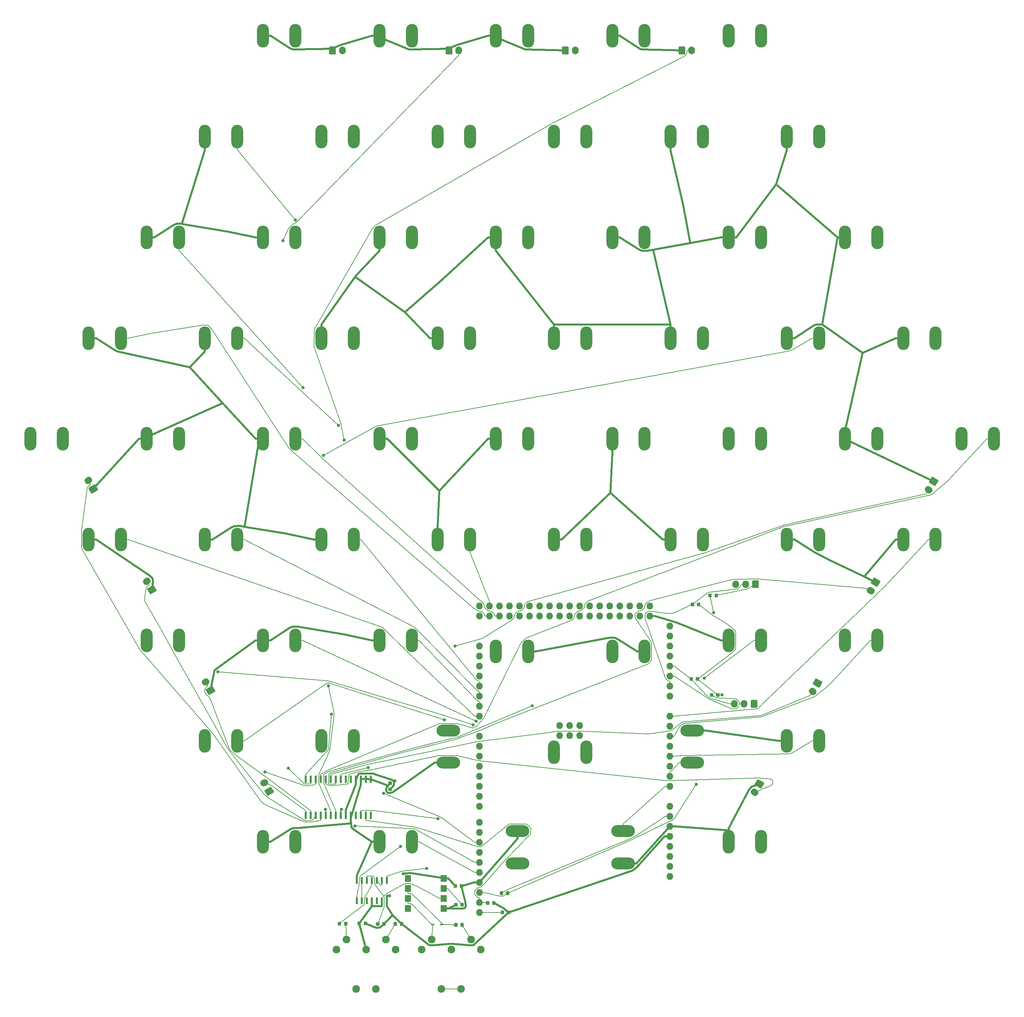
<source format=gbr>
G04 #@! TF.GenerationSoftware,KiCad,Pcbnew,(5.1.5-0-10_14)*
G04 #@! TF.CreationDate,2020-11-09T19:07:26-05:00*
G04 #@! TF.ProjectId,rainboard_newfighter,7261696e-626f-4617-9264-5f6e65776669,rev?*
G04 #@! TF.SameCoordinates,Original*
G04 #@! TF.FileFunction,Copper,L1,Top*
G04 #@! TF.FilePolarity,Positive*
%FSLAX46Y46*%
G04 Gerber Fmt 4.6, Leading zero omitted, Abs format (unit mm)*
G04 Created by KiCad (PCBNEW (5.1.5-0-10_14)) date 2020-11-09 19:07:26*
%MOMM*%
%LPD*%
G04 APERTURE LIST*
%ADD10O,1.727200X1.727200*%
%ADD11R,1.520000X1.780000*%
%ADD12C,0.100000*%
%ADD13R,0.820000X0.440000*%
%ADD14O,3.000000X6.000000*%
%ADD15R,0.533400X1.701800*%
%ADD16O,1.700000X1.950000*%
%ADD17C,1.700000*%
%ADD18O,1.700000X2.000000*%
%ADD19C,1.950000*%
%ADD20R,0.600000X1.900000*%
%ADD21O,6.000000X3.000000*%
%ADD22C,0.800000*%
%ADD23C,0.500000*%
%ADD24C,0.200600*%
G04 APERTURE END LIST*
D10*
X12020000Y-73873000D03*
X34880000Y-40980000D03*
X34880000Y-43520000D03*
X32340000Y-40980000D03*
X32340000Y-43520000D03*
X29800000Y-40980000D03*
X29800000Y-43520000D03*
X27260000Y-40980000D03*
X27260000Y-43520000D03*
X24720000Y-40980000D03*
X24720000Y-43520000D03*
X22180000Y-40980000D03*
X22180000Y-43520000D03*
X19640000Y-40980000D03*
X19640000Y-43520000D03*
X17100000Y-40980000D03*
X17100000Y-43520000D03*
X14560000Y-40980000D03*
X14560000Y-43520000D03*
X12020000Y-40980000D03*
X12020000Y-43520000D03*
X9480000Y-40980000D03*
X9480000Y-43520000D03*
X6940000Y-40980000D03*
X6940000Y-43520000D03*
X4400000Y-40980000D03*
X4400000Y-43520000D03*
X1860000Y-40980000D03*
X1860000Y-43520000D03*
X-680000Y-40980000D03*
X-680000Y-43520000D03*
X-3220000Y-40980000D03*
X-3220000Y-43520000D03*
X-5760000Y-40980000D03*
X-5760000Y-43520000D03*
X-8300000Y-40980000D03*
X-8300000Y-43520000D03*
X39960000Y-46060000D03*
X39960000Y-48600000D03*
X39960000Y-51140000D03*
X39960000Y-53680000D03*
X39960000Y-56220000D03*
X39960000Y-58760000D03*
X39960000Y-61300000D03*
X39960000Y-63840000D03*
X39960000Y-68920000D03*
X39960000Y-71460000D03*
X39960000Y-74000000D03*
X39960000Y-76540000D03*
X39960000Y-79080000D03*
X39960000Y-81620000D03*
X39960000Y-84160000D03*
X39960000Y-109560000D03*
X-8300000Y-103464000D03*
X-8300000Y-106004000D03*
X-8300000Y-108544000D03*
X-8300000Y-113624000D03*
X-8300000Y-116164000D03*
X-8300000Y-118704000D03*
X-8300000Y-100924000D03*
X-8300000Y-98384000D03*
X-8300000Y-95844000D03*
X-8300000Y-111084000D03*
X-8300000Y-91780000D03*
X-8300000Y-89240000D03*
X-8300000Y-86700000D03*
X-8300000Y-84160000D03*
X-8300000Y-81620000D03*
X-8300000Y-79080000D03*
X-8300000Y-76540000D03*
X-8300000Y-74000000D03*
X-8300000Y-68920000D03*
X-8300000Y-66380000D03*
X-8300000Y-63840000D03*
X-8300000Y-61300000D03*
X-8300000Y-58760000D03*
X-8300000Y-56220000D03*
X-8300000Y-53680000D03*
X-8300000Y-51140000D03*
X39960000Y-107020000D03*
X39960000Y-104480000D03*
X39960000Y-101940000D03*
X39960000Y-99400000D03*
X39960000Y-96860000D03*
X39960000Y-94320000D03*
X39960000Y-91780000D03*
X39960000Y-86700000D03*
X12020000Y-71333000D03*
X14560000Y-73873000D03*
X14560000Y-71333000D03*
X17100000Y-71333000D03*
X17100000Y-73873000D03*
D11*
X-17345000Y-110090000D03*
X-17345000Y-112630000D03*
X-17345000Y-115170000D03*
X-17345000Y-117710000D03*
X-26355000Y-117710000D03*
X-26355000Y-115170000D03*
X-26355000Y-112630000D03*
X-26355000Y-110090000D03*
G04 #@! TA.AperFunction,SMDPad,CuDef*
D12*
G36*
X-32222309Y-121176053D02*
G01*
X-32201074Y-121179203D01*
X-32180250Y-121184419D01*
X-32160038Y-121191651D01*
X-32140632Y-121200830D01*
X-32122219Y-121211866D01*
X-32104976Y-121224654D01*
X-32089070Y-121239070D01*
X-32074654Y-121254976D01*
X-32061866Y-121272219D01*
X-32050830Y-121290632D01*
X-32041651Y-121310038D01*
X-32034419Y-121330250D01*
X-32029203Y-121351074D01*
X-32026053Y-121372309D01*
X-32025000Y-121393750D01*
X-32025000Y-121906250D01*
X-32026053Y-121927691D01*
X-32029203Y-121948926D01*
X-32034419Y-121969750D01*
X-32041651Y-121989962D01*
X-32050830Y-122009368D01*
X-32061866Y-122027781D01*
X-32074654Y-122045024D01*
X-32089070Y-122060930D01*
X-32104976Y-122075346D01*
X-32122219Y-122088134D01*
X-32140632Y-122099170D01*
X-32160038Y-122108349D01*
X-32180250Y-122115581D01*
X-32201074Y-122120797D01*
X-32222309Y-122123947D01*
X-32243750Y-122125000D01*
X-32681250Y-122125000D01*
X-32702691Y-122123947D01*
X-32723926Y-122120797D01*
X-32744750Y-122115581D01*
X-32764962Y-122108349D01*
X-32784368Y-122099170D01*
X-32802781Y-122088134D01*
X-32820024Y-122075346D01*
X-32835930Y-122060930D01*
X-32850346Y-122045024D01*
X-32863134Y-122027781D01*
X-32874170Y-122009368D01*
X-32883349Y-121989962D01*
X-32890581Y-121969750D01*
X-32895797Y-121948926D01*
X-32898947Y-121927691D01*
X-32900000Y-121906250D01*
X-32900000Y-121393750D01*
X-32898947Y-121372309D01*
X-32895797Y-121351074D01*
X-32890581Y-121330250D01*
X-32883349Y-121310038D01*
X-32874170Y-121290632D01*
X-32863134Y-121272219D01*
X-32850346Y-121254976D01*
X-32835930Y-121239070D01*
X-32820024Y-121224654D01*
X-32802781Y-121211866D01*
X-32784368Y-121200830D01*
X-32764962Y-121191651D01*
X-32744750Y-121184419D01*
X-32723926Y-121179203D01*
X-32702691Y-121176053D01*
X-32681250Y-121175000D01*
X-32243750Y-121175000D01*
X-32222309Y-121176053D01*
G37*
G04 #@! TD.AperFunction*
G04 #@! TA.AperFunction,SMDPad,CuDef*
G36*
X-33797309Y-121176053D02*
G01*
X-33776074Y-121179203D01*
X-33755250Y-121184419D01*
X-33735038Y-121191651D01*
X-33715632Y-121200830D01*
X-33697219Y-121211866D01*
X-33679976Y-121224654D01*
X-33664070Y-121239070D01*
X-33649654Y-121254976D01*
X-33636866Y-121272219D01*
X-33625830Y-121290632D01*
X-33616651Y-121310038D01*
X-33609419Y-121330250D01*
X-33604203Y-121351074D01*
X-33601053Y-121372309D01*
X-33600000Y-121393750D01*
X-33600000Y-121906250D01*
X-33601053Y-121927691D01*
X-33604203Y-121948926D01*
X-33609419Y-121969750D01*
X-33616651Y-121989962D01*
X-33625830Y-122009368D01*
X-33636866Y-122027781D01*
X-33649654Y-122045024D01*
X-33664070Y-122060930D01*
X-33679976Y-122075346D01*
X-33697219Y-122088134D01*
X-33715632Y-122099170D01*
X-33735038Y-122108349D01*
X-33755250Y-122115581D01*
X-33776074Y-122120797D01*
X-33797309Y-122123947D01*
X-33818750Y-122125000D01*
X-34256250Y-122125000D01*
X-34277691Y-122123947D01*
X-34298926Y-122120797D01*
X-34319750Y-122115581D01*
X-34339962Y-122108349D01*
X-34359368Y-122099170D01*
X-34377781Y-122088134D01*
X-34395024Y-122075346D01*
X-34410930Y-122060930D01*
X-34425346Y-122045024D01*
X-34438134Y-122027781D01*
X-34449170Y-122009368D01*
X-34458349Y-121989962D01*
X-34465581Y-121969750D01*
X-34470797Y-121948926D01*
X-34473947Y-121927691D01*
X-34475000Y-121906250D01*
X-34475000Y-121393750D01*
X-34473947Y-121372309D01*
X-34470797Y-121351074D01*
X-34465581Y-121330250D01*
X-34458349Y-121310038D01*
X-34449170Y-121290632D01*
X-34438134Y-121272219D01*
X-34425346Y-121254976D01*
X-34410930Y-121239070D01*
X-34395024Y-121224654D01*
X-34377781Y-121211866D01*
X-34359368Y-121200830D01*
X-34339962Y-121191651D01*
X-34319750Y-121184419D01*
X-34298926Y-121179203D01*
X-34277691Y-121176053D01*
X-34256250Y-121175000D01*
X-33818750Y-121175000D01*
X-33797309Y-121176053D01*
G37*
G04 #@! TD.AperFunction*
G04 #@! TA.AperFunction,SMDPad,CuDef*
G36*
X-13997309Y-116276053D02*
G01*
X-13976074Y-116279203D01*
X-13955250Y-116284419D01*
X-13935038Y-116291651D01*
X-13915632Y-116300830D01*
X-13897219Y-116311866D01*
X-13879976Y-116324654D01*
X-13864070Y-116339070D01*
X-13849654Y-116354976D01*
X-13836866Y-116372219D01*
X-13825830Y-116390632D01*
X-13816651Y-116410038D01*
X-13809419Y-116430250D01*
X-13804203Y-116451074D01*
X-13801053Y-116472309D01*
X-13800000Y-116493750D01*
X-13800000Y-117006250D01*
X-13801053Y-117027691D01*
X-13804203Y-117048926D01*
X-13809419Y-117069750D01*
X-13816651Y-117089962D01*
X-13825830Y-117109368D01*
X-13836866Y-117127781D01*
X-13849654Y-117145024D01*
X-13864070Y-117160930D01*
X-13879976Y-117175346D01*
X-13897219Y-117188134D01*
X-13915632Y-117199170D01*
X-13935038Y-117208349D01*
X-13955250Y-117215581D01*
X-13976074Y-117220797D01*
X-13997309Y-117223947D01*
X-14018750Y-117225000D01*
X-14456250Y-117225000D01*
X-14477691Y-117223947D01*
X-14498926Y-117220797D01*
X-14519750Y-117215581D01*
X-14539962Y-117208349D01*
X-14559368Y-117199170D01*
X-14577781Y-117188134D01*
X-14595024Y-117175346D01*
X-14610930Y-117160930D01*
X-14625346Y-117145024D01*
X-14638134Y-117127781D01*
X-14649170Y-117109368D01*
X-14658349Y-117089962D01*
X-14665581Y-117069750D01*
X-14670797Y-117048926D01*
X-14673947Y-117027691D01*
X-14675000Y-117006250D01*
X-14675000Y-116493750D01*
X-14673947Y-116472309D01*
X-14670797Y-116451074D01*
X-14665581Y-116430250D01*
X-14658349Y-116410038D01*
X-14649170Y-116390632D01*
X-14638134Y-116372219D01*
X-14625346Y-116354976D01*
X-14610930Y-116339070D01*
X-14595024Y-116324654D01*
X-14577781Y-116311866D01*
X-14559368Y-116300830D01*
X-14539962Y-116291651D01*
X-14519750Y-116284419D01*
X-14498926Y-116279203D01*
X-14477691Y-116276053D01*
X-14456250Y-116275000D01*
X-14018750Y-116275000D01*
X-13997309Y-116276053D01*
G37*
G04 #@! TD.AperFunction*
G04 #@! TA.AperFunction,SMDPad,CuDef*
G36*
X-12422309Y-116276053D02*
G01*
X-12401074Y-116279203D01*
X-12380250Y-116284419D01*
X-12360038Y-116291651D01*
X-12340632Y-116300830D01*
X-12322219Y-116311866D01*
X-12304976Y-116324654D01*
X-12289070Y-116339070D01*
X-12274654Y-116354976D01*
X-12261866Y-116372219D01*
X-12250830Y-116390632D01*
X-12241651Y-116410038D01*
X-12234419Y-116430250D01*
X-12229203Y-116451074D01*
X-12226053Y-116472309D01*
X-12225000Y-116493750D01*
X-12225000Y-117006250D01*
X-12226053Y-117027691D01*
X-12229203Y-117048926D01*
X-12234419Y-117069750D01*
X-12241651Y-117089962D01*
X-12250830Y-117109368D01*
X-12261866Y-117127781D01*
X-12274654Y-117145024D01*
X-12289070Y-117160930D01*
X-12304976Y-117175346D01*
X-12322219Y-117188134D01*
X-12340632Y-117199170D01*
X-12360038Y-117208349D01*
X-12380250Y-117215581D01*
X-12401074Y-117220797D01*
X-12422309Y-117223947D01*
X-12443750Y-117225000D01*
X-12881250Y-117225000D01*
X-12902691Y-117223947D01*
X-12923926Y-117220797D01*
X-12944750Y-117215581D01*
X-12964962Y-117208349D01*
X-12984368Y-117199170D01*
X-13002781Y-117188134D01*
X-13020024Y-117175346D01*
X-13035930Y-117160930D01*
X-13050346Y-117145024D01*
X-13063134Y-117127781D01*
X-13074170Y-117109368D01*
X-13083349Y-117089962D01*
X-13090581Y-117069750D01*
X-13095797Y-117048926D01*
X-13098947Y-117027691D01*
X-13100000Y-117006250D01*
X-13100000Y-116493750D01*
X-13098947Y-116472309D01*
X-13095797Y-116451074D01*
X-13090581Y-116430250D01*
X-13083349Y-116410038D01*
X-13074170Y-116390632D01*
X-13063134Y-116372219D01*
X-13050346Y-116354976D01*
X-13035930Y-116339070D01*
X-13020024Y-116324654D01*
X-13002781Y-116311866D01*
X-12984368Y-116300830D01*
X-12964962Y-116291651D01*
X-12944750Y-116284419D01*
X-12923926Y-116279203D01*
X-12902691Y-116276053D01*
X-12881250Y-116275000D01*
X-12443750Y-116275000D01*
X-12422309Y-116276053D01*
G37*
G04 #@! TD.AperFunction*
D13*
X-20150000Y-121750000D03*
X-17850000Y-121750000D03*
D14*
X33596800Y-52490000D03*
X25396800Y-52490000D03*
D15*
X-31690000Y-115790800D03*
X-32960000Y-115790800D03*
X-34230000Y-115790800D03*
X-35500000Y-115790800D03*
X-36770000Y-115790800D03*
X-38040000Y-115790800D03*
X-39310000Y-115790800D03*
X-39310000Y-110609200D03*
X-38040000Y-110609200D03*
X-36770000Y-110609200D03*
X-35500000Y-110609200D03*
X-34230000Y-110609200D03*
X-32960000Y-110609200D03*
X-31690000Y-110609200D03*
D14*
X-77842100Y-75235000D03*
X-69642100Y-75235000D03*
G04 #@! TA.AperFunction,SMDPad,CuDef*
D12*
G36*
X-5947309Y-115826053D02*
G01*
X-5926074Y-115829203D01*
X-5905250Y-115834419D01*
X-5885038Y-115841651D01*
X-5865632Y-115850830D01*
X-5847219Y-115861866D01*
X-5829976Y-115874654D01*
X-5814070Y-115889070D01*
X-5799654Y-115904976D01*
X-5786866Y-115922219D01*
X-5775830Y-115940632D01*
X-5766651Y-115960038D01*
X-5759419Y-115980250D01*
X-5754203Y-116001074D01*
X-5751053Y-116022309D01*
X-5750000Y-116043750D01*
X-5750000Y-116556250D01*
X-5751053Y-116577691D01*
X-5754203Y-116598926D01*
X-5759419Y-116619750D01*
X-5766651Y-116639962D01*
X-5775830Y-116659368D01*
X-5786866Y-116677781D01*
X-5799654Y-116695024D01*
X-5814070Y-116710930D01*
X-5829976Y-116725346D01*
X-5847219Y-116738134D01*
X-5865632Y-116749170D01*
X-5885038Y-116758349D01*
X-5905250Y-116765581D01*
X-5926074Y-116770797D01*
X-5947309Y-116773947D01*
X-5968750Y-116775000D01*
X-6406250Y-116775000D01*
X-6427691Y-116773947D01*
X-6448926Y-116770797D01*
X-6469750Y-116765581D01*
X-6489962Y-116758349D01*
X-6509368Y-116749170D01*
X-6527781Y-116738134D01*
X-6545024Y-116725346D01*
X-6560930Y-116710930D01*
X-6575346Y-116695024D01*
X-6588134Y-116677781D01*
X-6599170Y-116659368D01*
X-6608349Y-116639962D01*
X-6615581Y-116619750D01*
X-6620797Y-116598926D01*
X-6623947Y-116577691D01*
X-6625000Y-116556250D01*
X-6625000Y-116043750D01*
X-6623947Y-116022309D01*
X-6620797Y-116001074D01*
X-6615581Y-115980250D01*
X-6608349Y-115960038D01*
X-6599170Y-115940632D01*
X-6588134Y-115922219D01*
X-6575346Y-115904976D01*
X-6560930Y-115889070D01*
X-6545024Y-115874654D01*
X-6527781Y-115861866D01*
X-6509368Y-115850830D01*
X-6489962Y-115841651D01*
X-6469750Y-115834419D01*
X-6448926Y-115829203D01*
X-6427691Y-115826053D01*
X-6406250Y-115825000D01*
X-5968750Y-115825000D01*
X-5947309Y-115826053D01*
G37*
G04 #@! TD.AperFunction*
G04 #@! TA.AperFunction,SMDPad,CuDef*
G36*
X-4372309Y-115826053D02*
G01*
X-4351074Y-115829203D01*
X-4330250Y-115834419D01*
X-4310038Y-115841651D01*
X-4290632Y-115850830D01*
X-4272219Y-115861866D01*
X-4254976Y-115874654D01*
X-4239070Y-115889070D01*
X-4224654Y-115904976D01*
X-4211866Y-115922219D01*
X-4200830Y-115940632D01*
X-4191651Y-115960038D01*
X-4184419Y-115980250D01*
X-4179203Y-116001074D01*
X-4176053Y-116022309D01*
X-4175000Y-116043750D01*
X-4175000Y-116556250D01*
X-4176053Y-116577691D01*
X-4179203Y-116598926D01*
X-4184419Y-116619750D01*
X-4191651Y-116639962D01*
X-4200830Y-116659368D01*
X-4211866Y-116677781D01*
X-4224654Y-116695024D01*
X-4239070Y-116710930D01*
X-4254976Y-116725346D01*
X-4272219Y-116738134D01*
X-4290632Y-116749170D01*
X-4310038Y-116758349D01*
X-4330250Y-116765581D01*
X-4351074Y-116770797D01*
X-4372309Y-116773947D01*
X-4393750Y-116775000D01*
X-4831250Y-116775000D01*
X-4852691Y-116773947D01*
X-4873926Y-116770797D01*
X-4894750Y-116765581D01*
X-4914962Y-116758349D01*
X-4934368Y-116749170D01*
X-4952781Y-116738134D01*
X-4970024Y-116725346D01*
X-4985930Y-116710930D01*
X-5000346Y-116695024D01*
X-5013134Y-116677781D01*
X-5024170Y-116659368D01*
X-5033349Y-116639962D01*
X-5040581Y-116619750D01*
X-5045797Y-116598926D01*
X-5048947Y-116577691D01*
X-5050000Y-116556250D01*
X-5050000Y-116043750D01*
X-5048947Y-116022309D01*
X-5045797Y-116001074D01*
X-5040581Y-115980250D01*
X-5033349Y-115960038D01*
X-5024170Y-115940632D01*
X-5013134Y-115922219D01*
X-5000346Y-115904976D01*
X-4985930Y-115889070D01*
X-4970024Y-115874654D01*
X-4952781Y-115861866D01*
X-4934368Y-115850830D01*
X-4914962Y-115841651D01*
X-4894750Y-115834419D01*
X-4873926Y-115829203D01*
X-4852691Y-115826053D01*
X-4831250Y-115825000D01*
X-4393750Y-115825000D01*
X-4372309Y-115826053D01*
G37*
G04 #@! TD.AperFunction*
G04 #@! TA.AperFunction,SMDPad,CuDef*
G36*
X-2197309Y-118226053D02*
G01*
X-2176074Y-118229203D01*
X-2155250Y-118234419D01*
X-2135038Y-118241651D01*
X-2115632Y-118250830D01*
X-2097219Y-118261866D01*
X-2079976Y-118274654D01*
X-2064070Y-118289070D01*
X-2049654Y-118304976D01*
X-2036866Y-118322219D01*
X-2025830Y-118340632D01*
X-2016651Y-118360038D01*
X-2009419Y-118380250D01*
X-2004203Y-118401074D01*
X-2001053Y-118422309D01*
X-2000000Y-118443750D01*
X-2000000Y-118956250D01*
X-2001053Y-118977691D01*
X-2004203Y-118998926D01*
X-2009419Y-119019750D01*
X-2016651Y-119039962D01*
X-2025830Y-119059368D01*
X-2036866Y-119077781D01*
X-2049654Y-119095024D01*
X-2064070Y-119110930D01*
X-2079976Y-119125346D01*
X-2097219Y-119138134D01*
X-2115632Y-119149170D01*
X-2135038Y-119158349D01*
X-2155250Y-119165581D01*
X-2176074Y-119170797D01*
X-2197309Y-119173947D01*
X-2218750Y-119175000D01*
X-2656250Y-119175000D01*
X-2677691Y-119173947D01*
X-2698926Y-119170797D01*
X-2719750Y-119165581D01*
X-2739962Y-119158349D01*
X-2759368Y-119149170D01*
X-2777781Y-119138134D01*
X-2795024Y-119125346D01*
X-2810930Y-119110930D01*
X-2825346Y-119095024D01*
X-2838134Y-119077781D01*
X-2849170Y-119059368D01*
X-2858349Y-119039962D01*
X-2865581Y-119019750D01*
X-2870797Y-118998926D01*
X-2873947Y-118977691D01*
X-2875000Y-118956250D01*
X-2875000Y-118443750D01*
X-2873947Y-118422309D01*
X-2870797Y-118401074D01*
X-2865581Y-118380250D01*
X-2858349Y-118360038D01*
X-2849170Y-118340632D01*
X-2838134Y-118322219D01*
X-2825346Y-118304976D01*
X-2810930Y-118289070D01*
X-2795024Y-118274654D01*
X-2777781Y-118261866D01*
X-2759368Y-118250830D01*
X-2739962Y-118241651D01*
X-2719750Y-118234419D01*
X-2698926Y-118229203D01*
X-2677691Y-118226053D01*
X-2656250Y-118225000D01*
X-2218750Y-118225000D01*
X-2197309Y-118226053D01*
G37*
G04 #@! TD.AperFunction*
G04 #@! TA.AperFunction,SMDPad,CuDef*
G36*
X-622309Y-118226053D02*
G01*
X-601074Y-118229203D01*
X-580250Y-118234419D01*
X-560038Y-118241651D01*
X-540632Y-118250830D01*
X-522219Y-118261866D01*
X-504976Y-118274654D01*
X-489070Y-118289070D01*
X-474654Y-118304976D01*
X-461866Y-118322219D01*
X-450830Y-118340632D01*
X-441651Y-118360038D01*
X-434419Y-118380250D01*
X-429203Y-118401074D01*
X-426053Y-118422309D01*
X-425000Y-118443750D01*
X-425000Y-118956250D01*
X-426053Y-118977691D01*
X-429203Y-118998926D01*
X-434419Y-119019750D01*
X-441651Y-119039962D01*
X-450830Y-119059368D01*
X-461866Y-119077781D01*
X-474654Y-119095024D01*
X-489070Y-119110930D01*
X-504976Y-119125346D01*
X-522219Y-119138134D01*
X-540632Y-119149170D01*
X-560038Y-119158349D01*
X-580250Y-119165581D01*
X-601074Y-119170797D01*
X-622309Y-119173947D01*
X-643750Y-119175000D01*
X-1081250Y-119175000D01*
X-1102691Y-119173947D01*
X-1123926Y-119170797D01*
X-1144750Y-119165581D01*
X-1164962Y-119158349D01*
X-1184368Y-119149170D01*
X-1202781Y-119138134D01*
X-1220024Y-119125346D01*
X-1235930Y-119110930D01*
X-1250346Y-119095024D01*
X-1263134Y-119077781D01*
X-1274170Y-119059368D01*
X-1283349Y-119039962D01*
X-1290581Y-119019750D01*
X-1295797Y-118998926D01*
X-1298947Y-118977691D01*
X-1300000Y-118956250D01*
X-1300000Y-118443750D01*
X-1298947Y-118422309D01*
X-1295797Y-118401074D01*
X-1290581Y-118380250D01*
X-1283349Y-118360038D01*
X-1274170Y-118340632D01*
X-1263134Y-118322219D01*
X-1250346Y-118304976D01*
X-1235930Y-118289070D01*
X-1220024Y-118274654D01*
X-1202781Y-118261866D01*
X-1184368Y-118250830D01*
X-1164962Y-118241651D01*
X-1144750Y-118234419D01*
X-1123926Y-118229203D01*
X-1102691Y-118226053D01*
X-1081250Y-118225000D01*
X-643750Y-118225000D01*
X-622309Y-118226053D01*
G37*
G04 #@! TD.AperFunction*
D14*
X-63093700Y-100780000D03*
X-54893700Y-100780000D03*
D16*
X56300000Y-65800000D03*
X58800000Y-65800000D03*
G04 #@! TA.AperFunction,ComponentPad*
D12*
G36*
X61924504Y-64826204D02*
G01*
X61948773Y-64829804D01*
X61972571Y-64835765D01*
X61995671Y-64844030D01*
X62017849Y-64854520D01*
X62038893Y-64867133D01*
X62058598Y-64881747D01*
X62076777Y-64898223D01*
X62093253Y-64916402D01*
X62107867Y-64936107D01*
X62120480Y-64957151D01*
X62130970Y-64979329D01*
X62139235Y-65002429D01*
X62145196Y-65026227D01*
X62148796Y-65050496D01*
X62150000Y-65075000D01*
X62150000Y-66525000D01*
X62148796Y-66549504D01*
X62145196Y-66573773D01*
X62139235Y-66597571D01*
X62130970Y-66620671D01*
X62120480Y-66642849D01*
X62107867Y-66663893D01*
X62093253Y-66683598D01*
X62076777Y-66701777D01*
X62058598Y-66718253D01*
X62038893Y-66732867D01*
X62017849Y-66745480D01*
X61995671Y-66755970D01*
X61972571Y-66764235D01*
X61948773Y-66770196D01*
X61924504Y-66773796D01*
X61900000Y-66775000D01*
X60700000Y-66775000D01*
X60675496Y-66773796D01*
X60651227Y-66770196D01*
X60627429Y-66764235D01*
X60604329Y-66755970D01*
X60582151Y-66745480D01*
X60561107Y-66732867D01*
X60541402Y-66718253D01*
X60523223Y-66701777D01*
X60506747Y-66683598D01*
X60492133Y-66663893D01*
X60479520Y-66642849D01*
X60469030Y-66620671D01*
X60460765Y-66597571D01*
X60454804Y-66573773D01*
X60451204Y-66549504D01*
X60450000Y-66525000D01*
X60450000Y-65075000D01*
X60451204Y-65050496D01*
X60454804Y-65026227D01*
X60460765Y-65002429D01*
X60469030Y-64979329D01*
X60479520Y-64957151D01*
X60492133Y-64936107D01*
X60506747Y-64916402D01*
X60523223Y-64898223D01*
X60541402Y-64881747D01*
X60561107Y-64867133D01*
X60582151Y-64854520D01*
X60604329Y-64844030D01*
X60627429Y-64835765D01*
X60651227Y-64829804D01*
X60675496Y-64826204D01*
X60700000Y-64825000D01*
X61900000Y-64825000D01*
X61924504Y-64826204D01*
G37*
G04 #@! TD.AperFunction*
D16*
X56700000Y-35450000D03*
X59200000Y-35450000D03*
G04 #@! TA.AperFunction,ComponentPad*
D12*
G36*
X62324504Y-34476204D02*
G01*
X62348773Y-34479804D01*
X62372571Y-34485765D01*
X62395671Y-34494030D01*
X62417849Y-34504520D01*
X62438893Y-34517133D01*
X62458598Y-34531747D01*
X62476777Y-34548223D01*
X62493253Y-34566402D01*
X62507867Y-34586107D01*
X62520480Y-34607151D01*
X62530970Y-34629329D01*
X62539235Y-34652429D01*
X62545196Y-34676227D01*
X62548796Y-34700496D01*
X62550000Y-34725000D01*
X62550000Y-36175000D01*
X62548796Y-36199504D01*
X62545196Y-36223773D01*
X62539235Y-36247571D01*
X62530970Y-36270671D01*
X62520480Y-36292849D01*
X62507867Y-36313893D01*
X62493253Y-36333598D01*
X62476777Y-36351777D01*
X62458598Y-36368253D01*
X62438893Y-36382867D01*
X62417849Y-36395480D01*
X62395671Y-36405970D01*
X62372571Y-36414235D01*
X62348773Y-36420196D01*
X62324504Y-36423796D01*
X62300000Y-36425000D01*
X61100000Y-36425000D01*
X61075496Y-36423796D01*
X61051227Y-36420196D01*
X61027429Y-36414235D01*
X61004329Y-36405970D01*
X60982151Y-36395480D01*
X60961107Y-36382867D01*
X60941402Y-36368253D01*
X60923223Y-36351777D01*
X60906747Y-36333598D01*
X60892133Y-36313893D01*
X60879520Y-36292849D01*
X60869030Y-36270671D01*
X60860765Y-36247571D01*
X60854804Y-36223773D01*
X60851204Y-36199504D01*
X60850000Y-36175000D01*
X60850000Y-34725000D01*
X60851204Y-34700496D01*
X60854804Y-34676227D01*
X60860765Y-34652429D01*
X60869030Y-34629329D01*
X60879520Y-34607151D01*
X60892133Y-34586107D01*
X60906747Y-34566402D01*
X60923223Y-34548223D01*
X60941402Y-34531747D01*
X60961107Y-34517133D01*
X60982151Y-34504520D01*
X61004329Y-34494030D01*
X61027429Y-34485765D01*
X61051227Y-34479804D01*
X61075496Y-34476204D01*
X61100000Y-34475000D01*
X62300000Y-34475000D01*
X62324504Y-34476204D01*
G37*
G04 #@! TD.AperFunction*
D17*
X61556604Y-88329264D02*
X61296796Y-88179264D01*
G04 #@! TA.AperFunction,ComponentPad*
D12*
G36*
X62359813Y-84946724D02*
G01*
X62383950Y-84951116D01*
X62407541Y-84957852D01*
X62430358Y-84966869D01*
X62452181Y-84978079D01*
X63751219Y-85728079D01*
X63771838Y-85741373D01*
X63791055Y-85756625D01*
X63808685Y-85773687D01*
X63824557Y-85792395D01*
X63838520Y-85812568D01*
X63850437Y-85834013D01*
X63860195Y-85856522D01*
X63867700Y-85879880D01*
X63872880Y-85903861D01*
X63875684Y-85928234D01*
X63876085Y-85952765D01*
X63874080Y-85977217D01*
X63869688Y-86001354D01*
X63862952Y-86024945D01*
X63853935Y-86047762D01*
X63842725Y-86069585D01*
X63242725Y-87108815D01*
X63229431Y-87129434D01*
X63214179Y-87148651D01*
X63197117Y-87166281D01*
X63178409Y-87182153D01*
X63158236Y-87196116D01*
X63136791Y-87208033D01*
X63114281Y-87217791D01*
X63090924Y-87225296D01*
X63066943Y-87230476D01*
X63042570Y-87233280D01*
X63018039Y-87233681D01*
X62993587Y-87231676D01*
X62969450Y-87227284D01*
X62945859Y-87220548D01*
X62923042Y-87211531D01*
X62901219Y-87200321D01*
X61602181Y-86450321D01*
X61581562Y-86437027D01*
X61562345Y-86421775D01*
X61544715Y-86404713D01*
X61528843Y-86386005D01*
X61514880Y-86365832D01*
X61502963Y-86344387D01*
X61493205Y-86321878D01*
X61485700Y-86298520D01*
X61480520Y-86274539D01*
X61477716Y-86250166D01*
X61477315Y-86225635D01*
X61479320Y-86201183D01*
X61483712Y-86177046D01*
X61490448Y-86153455D01*
X61499465Y-86130638D01*
X61510675Y-86108815D01*
X62110675Y-85069585D01*
X62123969Y-85048966D01*
X62139221Y-85029749D01*
X62156283Y-85012119D01*
X62174991Y-84996247D01*
X62195164Y-84982284D01*
X62216609Y-84970367D01*
X62239119Y-84960609D01*
X62262476Y-84953104D01*
X62286457Y-84947924D01*
X62310830Y-84945120D01*
X62335361Y-84944719D01*
X62359813Y-84946724D01*
G37*
G04 #@! TD.AperFunction*
D17*
X76279304Y-62758864D02*
X76019496Y-62608864D01*
G04 #@! TA.AperFunction,ComponentPad*
D12*
G36*
X77082513Y-59376324D02*
G01*
X77106650Y-59380716D01*
X77130241Y-59387452D01*
X77153058Y-59396469D01*
X77174881Y-59407679D01*
X78473919Y-60157679D01*
X78494538Y-60170973D01*
X78513755Y-60186225D01*
X78531385Y-60203287D01*
X78547257Y-60221995D01*
X78561220Y-60242168D01*
X78573137Y-60263613D01*
X78582895Y-60286122D01*
X78590400Y-60309480D01*
X78595580Y-60333461D01*
X78598384Y-60357834D01*
X78598785Y-60382365D01*
X78596780Y-60406817D01*
X78592388Y-60430954D01*
X78585652Y-60454545D01*
X78576635Y-60477362D01*
X78565425Y-60499185D01*
X77965425Y-61538415D01*
X77952131Y-61559034D01*
X77936879Y-61578251D01*
X77919817Y-61595881D01*
X77901109Y-61611753D01*
X77880936Y-61625716D01*
X77859491Y-61637633D01*
X77836981Y-61647391D01*
X77813624Y-61654896D01*
X77789643Y-61660076D01*
X77765270Y-61662880D01*
X77740739Y-61663281D01*
X77716287Y-61661276D01*
X77692150Y-61656884D01*
X77668559Y-61650148D01*
X77645742Y-61641131D01*
X77623919Y-61629921D01*
X76324881Y-60879921D01*
X76304262Y-60866627D01*
X76285045Y-60851375D01*
X76267415Y-60834313D01*
X76251543Y-60815605D01*
X76237580Y-60795432D01*
X76225663Y-60773987D01*
X76215905Y-60751478D01*
X76208400Y-60728120D01*
X76203220Y-60704139D01*
X76200416Y-60679766D01*
X76200015Y-60655235D01*
X76202020Y-60630783D01*
X76206412Y-60606646D01*
X76213148Y-60583055D01*
X76222165Y-60560238D01*
X76233375Y-60538415D01*
X76833375Y-59499185D01*
X76846669Y-59478566D01*
X76861921Y-59459349D01*
X76878983Y-59441719D01*
X76897691Y-59425847D01*
X76917864Y-59411884D01*
X76939309Y-59399967D01*
X76961819Y-59390209D01*
X76985176Y-59382704D01*
X77009157Y-59377524D01*
X77033530Y-59374720D01*
X77058061Y-59374319D01*
X77082513Y-59376324D01*
G37*
G04 #@! TD.AperFunction*
D17*
X91002304Y-37188864D02*
X90742496Y-37038864D01*
G04 #@! TA.AperFunction,ComponentPad*
D12*
G36*
X91805513Y-33806324D02*
G01*
X91829650Y-33810716D01*
X91853241Y-33817452D01*
X91876058Y-33826469D01*
X91897881Y-33837679D01*
X93196919Y-34587679D01*
X93217538Y-34600973D01*
X93236755Y-34616225D01*
X93254385Y-34633287D01*
X93270257Y-34651995D01*
X93284220Y-34672168D01*
X93296137Y-34693613D01*
X93305895Y-34716122D01*
X93313400Y-34739480D01*
X93318580Y-34763461D01*
X93321384Y-34787834D01*
X93321785Y-34812365D01*
X93319780Y-34836817D01*
X93315388Y-34860954D01*
X93308652Y-34884545D01*
X93299635Y-34907362D01*
X93288425Y-34929185D01*
X92688425Y-35968415D01*
X92675131Y-35989034D01*
X92659879Y-36008251D01*
X92642817Y-36025881D01*
X92624109Y-36041753D01*
X92603936Y-36055716D01*
X92582491Y-36067633D01*
X92559981Y-36077391D01*
X92536624Y-36084896D01*
X92512643Y-36090076D01*
X92488270Y-36092880D01*
X92463739Y-36093281D01*
X92439287Y-36091276D01*
X92415150Y-36086884D01*
X92391559Y-36080148D01*
X92368742Y-36071131D01*
X92346919Y-36059921D01*
X91047881Y-35309921D01*
X91027262Y-35296627D01*
X91008045Y-35281375D01*
X90990415Y-35264313D01*
X90974543Y-35245605D01*
X90960580Y-35225432D01*
X90948663Y-35203987D01*
X90938905Y-35181478D01*
X90931400Y-35158120D01*
X90926220Y-35134139D01*
X90923416Y-35109766D01*
X90923015Y-35085235D01*
X90925020Y-35060783D01*
X90929412Y-35036646D01*
X90936148Y-35013055D01*
X90945165Y-34990238D01*
X90956375Y-34968415D01*
X91556375Y-33929185D01*
X91569669Y-33908566D01*
X91584921Y-33889349D01*
X91601983Y-33871719D01*
X91620691Y-33855847D01*
X91640864Y-33841884D01*
X91662309Y-33829967D01*
X91684819Y-33820209D01*
X91708176Y-33812704D01*
X91732157Y-33807524D01*
X91756530Y-33804720D01*
X91781061Y-33804319D01*
X91805513Y-33806324D01*
G37*
G04 #@! TD.AperFunction*
D17*
X105724904Y-11618864D02*
X105465096Y-11468864D01*
G04 #@! TA.AperFunction,ComponentPad*
D12*
G36*
X106528113Y-8236324D02*
G01*
X106552250Y-8240716D01*
X106575841Y-8247452D01*
X106598658Y-8256469D01*
X106620481Y-8267679D01*
X107919519Y-9017679D01*
X107940138Y-9030973D01*
X107959355Y-9046225D01*
X107976985Y-9063287D01*
X107992857Y-9081995D01*
X108006820Y-9102168D01*
X108018737Y-9123613D01*
X108028495Y-9146122D01*
X108036000Y-9169480D01*
X108041180Y-9193461D01*
X108043984Y-9217834D01*
X108044385Y-9242365D01*
X108042380Y-9266817D01*
X108037988Y-9290954D01*
X108031252Y-9314545D01*
X108022235Y-9337362D01*
X108011025Y-9359185D01*
X107411025Y-10398415D01*
X107397731Y-10419034D01*
X107382479Y-10438251D01*
X107365417Y-10455881D01*
X107346709Y-10471753D01*
X107326536Y-10485716D01*
X107305091Y-10497633D01*
X107282581Y-10507391D01*
X107259224Y-10514896D01*
X107235243Y-10520076D01*
X107210870Y-10522880D01*
X107186339Y-10523281D01*
X107161887Y-10521276D01*
X107137750Y-10516884D01*
X107114159Y-10510148D01*
X107091342Y-10501131D01*
X107069519Y-10489921D01*
X105770481Y-9739921D01*
X105749862Y-9726627D01*
X105730645Y-9711375D01*
X105713015Y-9694313D01*
X105697143Y-9675605D01*
X105683180Y-9655432D01*
X105671263Y-9633987D01*
X105661505Y-9611478D01*
X105654000Y-9588120D01*
X105648820Y-9564139D01*
X105646016Y-9539766D01*
X105645615Y-9515235D01*
X105647620Y-9490783D01*
X105652012Y-9466646D01*
X105658748Y-9443055D01*
X105667765Y-9420238D01*
X105678975Y-9398415D01*
X106278975Y-8359185D01*
X106292269Y-8338566D01*
X106307521Y-8319349D01*
X106324583Y-8301719D01*
X106343291Y-8285847D01*
X106363464Y-8271884D01*
X106384909Y-8259967D01*
X106407419Y-8250209D01*
X106430776Y-8242704D01*
X106454757Y-8237524D01*
X106479130Y-8234720D01*
X106503661Y-8234319D01*
X106528113Y-8236324D01*
G37*
G04 #@! TD.AperFunction*
D18*
X45527600Y99872800D03*
G04 #@! TA.AperFunction,ComponentPad*
D12*
G36*
X43652104Y100871596D02*
G01*
X43676373Y100867996D01*
X43700171Y100862035D01*
X43723271Y100853770D01*
X43745449Y100843280D01*
X43766493Y100830667D01*
X43786198Y100816053D01*
X43804377Y100799577D01*
X43820853Y100781398D01*
X43835467Y100761693D01*
X43848080Y100740649D01*
X43858570Y100718471D01*
X43866835Y100695371D01*
X43872796Y100671573D01*
X43876396Y100647304D01*
X43877600Y100622800D01*
X43877600Y99122800D01*
X43876396Y99098296D01*
X43872796Y99074027D01*
X43866835Y99050229D01*
X43858570Y99027129D01*
X43848080Y99004951D01*
X43835467Y98983907D01*
X43820853Y98964202D01*
X43804377Y98946023D01*
X43786198Y98929547D01*
X43766493Y98914933D01*
X43745449Y98902320D01*
X43723271Y98891830D01*
X43700171Y98883565D01*
X43676373Y98877604D01*
X43652104Y98874004D01*
X43627600Y98872800D01*
X42427600Y98872800D01*
X42403096Y98874004D01*
X42378827Y98877604D01*
X42355029Y98883565D01*
X42331929Y98891830D01*
X42309751Y98902320D01*
X42288707Y98914933D01*
X42269002Y98929547D01*
X42250823Y98946023D01*
X42234347Y98964202D01*
X42219733Y98983907D01*
X42207120Y99004951D01*
X42196630Y99027129D01*
X42188365Y99050229D01*
X42182404Y99074027D01*
X42178804Y99098296D01*
X42177600Y99122800D01*
X42177600Y100622800D01*
X42178804Y100647304D01*
X42182404Y100671573D01*
X42188365Y100695371D01*
X42196630Y100718471D01*
X42207120Y100740649D01*
X42219733Y100761693D01*
X42234347Y100781398D01*
X42250823Y100799577D01*
X42269002Y100816053D01*
X42288707Y100830667D01*
X42309751Y100843280D01*
X42331929Y100853770D01*
X42355029Y100862035D01*
X42378827Y100867996D01*
X42403096Y100871596D01*
X42427600Y100872800D01*
X43627600Y100872800D01*
X43652104Y100871596D01*
G37*
G04 #@! TD.AperFunction*
D18*
X16012800Y99872800D03*
G04 #@! TA.AperFunction,ComponentPad*
D12*
G36*
X14137304Y100871596D02*
G01*
X14161573Y100867996D01*
X14185371Y100862035D01*
X14208471Y100853770D01*
X14230649Y100843280D01*
X14251693Y100830667D01*
X14271398Y100816053D01*
X14289577Y100799577D01*
X14306053Y100781398D01*
X14320667Y100761693D01*
X14333280Y100740649D01*
X14343770Y100718471D01*
X14352035Y100695371D01*
X14357996Y100671573D01*
X14361596Y100647304D01*
X14362800Y100622800D01*
X14362800Y99122800D01*
X14361596Y99098296D01*
X14357996Y99074027D01*
X14352035Y99050229D01*
X14343770Y99027129D01*
X14333280Y99004951D01*
X14320667Y98983907D01*
X14306053Y98964202D01*
X14289577Y98946023D01*
X14271398Y98929547D01*
X14251693Y98914933D01*
X14230649Y98902320D01*
X14208471Y98891830D01*
X14185371Y98883565D01*
X14161573Y98877604D01*
X14137304Y98874004D01*
X14112800Y98872800D01*
X12912800Y98872800D01*
X12888296Y98874004D01*
X12864027Y98877604D01*
X12840229Y98883565D01*
X12817129Y98891830D01*
X12794951Y98902320D01*
X12773907Y98914933D01*
X12754202Y98929547D01*
X12736023Y98946023D01*
X12719547Y98964202D01*
X12704933Y98983907D01*
X12692320Y99004951D01*
X12681830Y99027129D01*
X12673565Y99050229D01*
X12667604Y99074027D01*
X12664004Y99098296D01*
X12662800Y99122800D01*
X12662800Y100622800D01*
X12664004Y100647304D01*
X12667604Y100671573D01*
X12673565Y100695371D01*
X12681830Y100718471D01*
X12692320Y100740649D01*
X12704933Y100761693D01*
X12719547Y100781398D01*
X12736023Y100799577D01*
X12754202Y100816053D01*
X12773907Y100830667D01*
X12794951Y100843280D01*
X12817129Y100853770D01*
X12840229Y100862035D01*
X12864027Y100867996D01*
X12888296Y100871596D01*
X12912800Y100872800D01*
X14112800Y100872800D01*
X14137304Y100871596D01*
G37*
G04 #@! TD.AperFunction*
D18*
X-13502000Y99872800D03*
G04 #@! TA.AperFunction,ComponentPad*
D12*
G36*
X-15377496Y100871596D02*
G01*
X-15353227Y100867996D01*
X-15329429Y100862035D01*
X-15306329Y100853770D01*
X-15284151Y100843280D01*
X-15263107Y100830667D01*
X-15243402Y100816053D01*
X-15225223Y100799577D01*
X-15208747Y100781398D01*
X-15194133Y100761693D01*
X-15181520Y100740649D01*
X-15171030Y100718471D01*
X-15162765Y100695371D01*
X-15156804Y100671573D01*
X-15153204Y100647304D01*
X-15152000Y100622800D01*
X-15152000Y99122800D01*
X-15153204Y99098296D01*
X-15156804Y99074027D01*
X-15162765Y99050229D01*
X-15171030Y99027129D01*
X-15181520Y99004951D01*
X-15194133Y98983907D01*
X-15208747Y98964202D01*
X-15225223Y98946023D01*
X-15243402Y98929547D01*
X-15263107Y98914933D01*
X-15284151Y98902320D01*
X-15306329Y98891830D01*
X-15329429Y98883565D01*
X-15353227Y98877604D01*
X-15377496Y98874004D01*
X-15402000Y98872800D01*
X-16602000Y98872800D01*
X-16626504Y98874004D01*
X-16650773Y98877604D01*
X-16674571Y98883565D01*
X-16697671Y98891830D01*
X-16719849Y98902320D01*
X-16740893Y98914933D01*
X-16760598Y98929547D01*
X-16778777Y98946023D01*
X-16795253Y98964202D01*
X-16809867Y98983907D01*
X-16822480Y99004951D01*
X-16832970Y99027129D01*
X-16841235Y99050229D01*
X-16847196Y99074027D01*
X-16850796Y99098296D01*
X-16852000Y99122800D01*
X-16852000Y100622800D01*
X-16850796Y100647304D01*
X-16847196Y100671573D01*
X-16841235Y100695371D01*
X-16832970Y100718471D01*
X-16822480Y100740649D01*
X-16809867Y100761693D01*
X-16795253Y100781398D01*
X-16778777Y100799577D01*
X-16760598Y100816053D01*
X-16740893Y100830667D01*
X-16719849Y100843280D01*
X-16697671Y100853770D01*
X-16674571Y100862035D01*
X-16650773Y100867996D01*
X-16626504Y100871596D01*
X-16602000Y100872800D01*
X-15402000Y100872800D01*
X-15377496Y100871596D01*
G37*
G04 #@! TD.AperFunction*
D18*
X-43016800Y99872800D03*
G04 #@! TA.AperFunction,ComponentPad*
D12*
G36*
X-44892296Y100871596D02*
G01*
X-44868027Y100867996D01*
X-44844229Y100862035D01*
X-44821129Y100853770D01*
X-44798951Y100843280D01*
X-44777907Y100830667D01*
X-44758202Y100816053D01*
X-44740023Y100799577D01*
X-44723547Y100781398D01*
X-44708933Y100761693D01*
X-44696320Y100740649D01*
X-44685830Y100718471D01*
X-44677565Y100695371D01*
X-44671604Y100671573D01*
X-44668004Y100647304D01*
X-44666800Y100622800D01*
X-44666800Y99122800D01*
X-44668004Y99098296D01*
X-44671604Y99074027D01*
X-44677565Y99050229D01*
X-44685830Y99027129D01*
X-44696320Y99004951D01*
X-44708933Y98983907D01*
X-44723547Y98964202D01*
X-44740023Y98946023D01*
X-44758202Y98929547D01*
X-44777907Y98914933D01*
X-44798951Y98902320D01*
X-44821129Y98891830D01*
X-44844229Y98883565D01*
X-44868027Y98877604D01*
X-44892296Y98874004D01*
X-44916800Y98872800D01*
X-46116800Y98872800D01*
X-46141304Y98874004D01*
X-46165573Y98877604D01*
X-46189371Y98883565D01*
X-46212471Y98891830D01*
X-46234649Y98902320D01*
X-46255693Y98914933D01*
X-46275398Y98929547D01*
X-46293577Y98946023D01*
X-46310053Y98964202D01*
X-46324667Y98983907D01*
X-46337280Y99004951D01*
X-46347770Y99027129D01*
X-46356035Y99050229D01*
X-46361996Y99074027D01*
X-46365596Y99098296D01*
X-46366800Y99122800D01*
X-46366800Y100622800D01*
X-46365596Y100647304D01*
X-46361996Y100671573D01*
X-46356035Y100695371D01*
X-46347770Y100718471D01*
X-46337280Y100740649D01*
X-46324667Y100761693D01*
X-46310053Y100781398D01*
X-46293577Y100799577D01*
X-46275398Y100816053D01*
X-46255693Y100830667D01*
X-46234649Y100843280D01*
X-46212471Y100853770D01*
X-46189371Y100862035D01*
X-46165573Y100867996D01*
X-46141304Y100871596D01*
X-46116800Y100872800D01*
X-44916800Y100872800D01*
X-44892296Y100871596D01*
G37*
G04 #@! TD.AperFunction*
D17*
X-107530904Y-9224636D02*
X-107271096Y-9074636D01*
G04 #@! TA.AperFunction,ComponentPad*
D12*
G36*
X-105785130Y-10170620D02*
G01*
X-105760757Y-10173424D01*
X-105736776Y-10178604D01*
X-105713418Y-10186109D01*
X-105690909Y-10195867D01*
X-105669464Y-10207784D01*
X-105649291Y-10221747D01*
X-105630583Y-10237619D01*
X-105613521Y-10255249D01*
X-105598269Y-10274466D01*
X-105584975Y-10295085D01*
X-104984975Y-11334315D01*
X-104973765Y-11356138D01*
X-104964748Y-11378955D01*
X-104958012Y-11402546D01*
X-104953620Y-11426683D01*
X-104951615Y-11451135D01*
X-104952016Y-11475666D01*
X-104954820Y-11500039D01*
X-104960000Y-11524020D01*
X-104967505Y-11547377D01*
X-104977263Y-11569887D01*
X-104989180Y-11591332D01*
X-105003143Y-11611505D01*
X-105019015Y-11630213D01*
X-105036645Y-11647275D01*
X-105055862Y-11662527D01*
X-105076481Y-11675821D01*
X-106375519Y-12425821D01*
X-106397342Y-12437031D01*
X-106420159Y-12446048D01*
X-106443750Y-12452784D01*
X-106467887Y-12457176D01*
X-106492339Y-12459181D01*
X-106516870Y-12458780D01*
X-106541243Y-12455976D01*
X-106565224Y-12450796D01*
X-106588582Y-12443291D01*
X-106611091Y-12433533D01*
X-106632536Y-12421616D01*
X-106652709Y-12407653D01*
X-106671417Y-12391781D01*
X-106688479Y-12374151D01*
X-106703731Y-12354934D01*
X-106717025Y-12334315D01*
X-107317025Y-11295085D01*
X-107328235Y-11273262D01*
X-107337252Y-11250445D01*
X-107343988Y-11226854D01*
X-107348380Y-11202717D01*
X-107350385Y-11178265D01*
X-107349984Y-11153734D01*
X-107347180Y-11129361D01*
X-107342000Y-11105380D01*
X-107334495Y-11082023D01*
X-107324737Y-11059513D01*
X-107312820Y-11038068D01*
X-107298857Y-11017895D01*
X-107282985Y-10999187D01*
X-107265355Y-10982125D01*
X-107246138Y-10966873D01*
X-107225519Y-10953579D01*
X-105926481Y-10203579D01*
X-105904658Y-10192369D01*
X-105881841Y-10183352D01*
X-105858250Y-10176616D01*
X-105834113Y-10172224D01*
X-105809661Y-10170219D01*
X-105785130Y-10170620D01*
G37*
G04 #@! TD.AperFunction*
D17*
X-92663004Y-34780536D02*
X-92403196Y-34630536D01*
G04 #@! TA.AperFunction,ComponentPad*
D12*
G36*
X-90917230Y-35726520D02*
G01*
X-90892857Y-35729324D01*
X-90868876Y-35734504D01*
X-90845518Y-35742009D01*
X-90823009Y-35751767D01*
X-90801564Y-35763684D01*
X-90781391Y-35777647D01*
X-90762683Y-35793519D01*
X-90745621Y-35811149D01*
X-90730369Y-35830366D01*
X-90717075Y-35850985D01*
X-90117075Y-36890215D01*
X-90105865Y-36912038D01*
X-90096848Y-36934855D01*
X-90090112Y-36958446D01*
X-90085720Y-36982583D01*
X-90083715Y-37007035D01*
X-90084116Y-37031566D01*
X-90086920Y-37055939D01*
X-90092100Y-37079920D01*
X-90099605Y-37103277D01*
X-90109363Y-37125787D01*
X-90121280Y-37147232D01*
X-90135243Y-37167405D01*
X-90151115Y-37186113D01*
X-90168745Y-37203175D01*
X-90187962Y-37218427D01*
X-90208581Y-37231721D01*
X-91507619Y-37981721D01*
X-91529442Y-37992931D01*
X-91552259Y-38001948D01*
X-91575850Y-38008684D01*
X-91599987Y-38013076D01*
X-91624439Y-38015081D01*
X-91648970Y-38014680D01*
X-91673343Y-38011876D01*
X-91697324Y-38006696D01*
X-91720682Y-37999191D01*
X-91743191Y-37989433D01*
X-91764636Y-37977516D01*
X-91784809Y-37963553D01*
X-91803517Y-37947681D01*
X-91820579Y-37930051D01*
X-91835831Y-37910834D01*
X-91849125Y-37890215D01*
X-92449125Y-36850985D01*
X-92460335Y-36829162D01*
X-92469352Y-36806345D01*
X-92476088Y-36782754D01*
X-92480480Y-36758617D01*
X-92482485Y-36734165D01*
X-92482084Y-36709634D01*
X-92479280Y-36685261D01*
X-92474100Y-36661280D01*
X-92466595Y-36637923D01*
X-92456837Y-36615413D01*
X-92444920Y-36593968D01*
X-92430957Y-36573795D01*
X-92415085Y-36555087D01*
X-92397455Y-36538025D01*
X-92378238Y-36522773D01*
X-92357619Y-36509479D01*
X-91058581Y-35759479D01*
X-91036758Y-35748269D01*
X-91013941Y-35739252D01*
X-90990350Y-35732516D01*
X-90966213Y-35728124D01*
X-90941761Y-35726119D01*
X-90917230Y-35726520D01*
G37*
G04 #@! TD.AperFunction*
D17*
X-77795104Y-60336636D02*
X-77535296Y-60186636D01*
G04 #@! TA.AperFunction,ComponentPad*
D12*
G36*
X-76049330Y-61282620D02*
G01*
X-76024957Y-61285424D01*
X-76000976Y-61290604D01*
X-75977618Y-61298109D01*
X-75955109Y-61307867D01*
X-75933664Y-61319784D01*
X-75913491Y-61333747D01*
X-75894783Y-61349619D01*
X-75877721Y-61367249D01*
X-75862469Y-61386466D01*
X-75849175Y-61407085D01*
X-75249175Y-62446315D01*
X-75237965Y-62468138D01*
X-75228948Y-62490955D01*
X-75222212Y-62514546D01*
X-75217820Y-62538683D01*
X-75215815Y-62563135D01*
X-75216216Y-62587666D01*
X-75219020Y-62612039D01*
X-75224200Y-62636020D01*
X-75231705Y-62659377D01*
X-75241463Y-62681887D01*
X-75253380Y-62703332D01*
X-75267343Y-62723505D01*
X-75283215Y-62742213D01*
X-75300845Y-62759275D01*
X-75320062Y-62774527D01*
X-75340681Y-62787821D01*
X-76639719Y-63537821D01*
X-76661542Y-63549031D01*
X-76684359Y-63558048D01*
X-76707950Y-63564784D01*
X-76732087Y-63569176D01*
X-76756539Y-63571181D01*
X-76781070Y-63570780D01*
X-76805443Y-63567976D01*
X-76829424Y-63562796D01*
X-76852782Y-63555291D01*
X-76875291Y-63545533D01*
X-76896736Y-63533616D01*
X-76916909Y-63519653D01*
X-76935617Y-63503781D01*
X-76952679Y-63486151D01*
X-76967931Y-63466934D01*
X-76981225Y-63446315D01*
X-77581225Y-62407085D01*
X-77592435Y-62385262D01*
X-77601452Y-62362445D01*
X-77608188Y-62338854D01*
X-77612580Y-62314717D01*
X-77614585Y-62290265D01*
X-77614184Y-62265734D01*
X-77611380Y-62241361D01*
X-77606200Y-62217380D01*
X-77598695Y-62194023D01*
X-77588937Y-62171513D01*
X-77577020Y-62150068D01*
X-77563057Y-62129895D01*
X-77547185Y-62111187D01*
X-77529555Y-62094125D01*
X-77510338Y-62078873D01*
X-77489719Y-62065579D01*
X-76190681Y-61315579D01*
X-76168858Y-61304369D01*
X-76146041Y-61295352D01*
X-76122450Y-61288616D01*
X-76098313Y-61284224D01*
X-76073861Y-61282219D01*
X-76049330Y-61282620D01*
G37*
G04 #@! TD.AperFunction*
D17*
X-62927104Y-85892536D02*
X-62667296Y-85742536D01*
G04 #@! TA.AperFunction,ComponentPad*
D12*
G36*
X-61181330Y-86838520D02*
G01*
X-61156957Y-86841324D01*
X-61132976Y-86846504D01*
X-61109618Y-86854009D01*
X-61087109Y-86863767D01*
X-61065664Y-86875684D01*
X-61045491Y-86889647D01*
X-61026783Y-86905519D01*
X-61009721Y-86923149D01*
X-60994469Y-86942366D01*
X-60981175Y-86962985D01*
X-60381175Y-88002215D01*
X-60369965Y-88024038D01*
X-60360948Y-88046855D01*
X-60354212Y-88070446D01*
X-60349820Y-88094583D01*
X-60347815Y-88119035D01*
X-60348216Y-88143566D01*
X-60351020Y-88167939D01*
X-60356200Y-88191920D01*
X-60363705Y-88215277D01*
X-60373463Y-88237787D01*
X-60385380Y-88259232D01*
X-60399343Y-88279405D01*
X-60415215Y-88298113D01*
X-60432845Y-88315175D01*
X-60452062Y-88330427D01*
X-60472681Y-88343721D01*
X-61771719Y-89093721D01*
X-61793542Y-89104931D01*
X-61816359Y-89113948D01*
X-61839950Y-89120684D01*
X-61864087Y-89125076D01*
X-61888539Y-89127081D01*
X-61913070Y-89126680D01*
X-61937443Y-89123876D01*
X-61961424Y-89118696D01*
X-61984782Y-89111191D01*
X-62007291Y-89101433D01*
X-62028736Y-89089516D01*
X-62048909Y-89075553D01*
X-62067617Y-89059681D01*
X-62084679Y-89042051D01*
X-62099931Y-89022834D01*
X-62113225Y-89002215D01*
X-62713225Y-87962985D01*
X-62724435Y-87941162D01*
X-62733452Y-87918345D01*
X-62740188Y-87894754D01*
X-62744580Y-87870617D01*
X-62746585Y-87846165D01*
X-62746184Y-87821634D01*
X-62743380Y-87797261D01*
X-62738200Y-87773280D01*
X-62730695Y-87749923D01*
X-62720937Y-87727413D01*
X-62709020Y-87705968D01*
X-62695057Y-87685795D01*
X-62679185Y-87667087D01*
X-62661555Y-87650025D01*
X-62642338Y-87634773D01*
X-62621719Y-87621479D01*
X-61322681Y-86871479D01*
X-61300858Y-86860269D01*
X-61278041Y-86851252D01*
X-61254450Y-86844516D01*
X-61230313Y-86840124D01*
X-61205861Y-86838119D01*
X-61181330Y-86838520D01*
G37*
G04 #@! TD.AperFunction*
D19*
X-34500000Y-138100000D03*
X-39500000Y-138100000D03*
X-44500000Y-128100000D03*
X-42000000Y-125600000D03*
X-29500000Y-128100000D03*
X-32000000Y-125600000D03*
X-37000000Y-128100000D03*
X-12900000Y-138100000D03*
X-17900000Y-138100000D03*
X-22900000Y-128100000D03*
X-20400000Y-125600000D03*
X-7900000Y-128100000D03*
X-10400000Y-125600000D03*
X-15400000Y-128100000D03*
G04 #@! TA.AperFunction,SMDPad,CuDef*
D12*
G36*
X-13997309Y-121376053D02*
G01*
X-13976074Y-121379203D01*
X-13955250Y-121384419D01*
X-13935038Y-121391651D01*
X-13915632Y-121400830D01*
X-13897219Y-121411866D01*
X-13879976Y-121424654D01*
X-13864070Y-121439070D01*
X-13849654Y-121454976D01*
X-13836866Y-121472219D01*
X-13825830Y-121490632D01*
X-13816651Y-121510038D01*
X-13809419Y-121530250D01*
X-13804203Y-121551074D01*
X-13801053Y-121572309D01*
X-13800000Y-121593750D01*
X-13800000Y-122106250D01*
X-13801053Y-122127691D01*
X-13804203Y-122148926D01*
X-13809419Y-122169750D01*
X-13816651Y-122189962D01*
X-13825830Y-122209368D01*
X-13836866Y-122227781D01*
X-13849654Y-122245024D01*
X-13864070Y-122260930D01*
X-13879976Y-122275346D01*
X-13897219Y-122288134D01*
X-13915632Y-122299170D01*
X-13935038Y-122308349D01*
X-13955250Y-122315581D01*
X-13976074Y-122320797D01*
X-13997309Y-122323947D01*
X-14018750Y-122325000D01*
X-14456250Y-122325000D01*
X-14477691Y-122323947D01*
X-14498926Y-122320797D01*
X-14519750Y-122315581D01*
X-14539962Y-122308349D01*
X-14559368Y-122299170D01*
X-14577781Y-122288134D01*
X-14595024Y-122275346D01*
X-14610930Y-122260930D01*
X-14625346Y-122245024D01*
X-14638134Y-122227781D01*
X-14649170Y-122209368D01*
X-14658349Y-122189962D01*
X-14665581Y-122169750D01*
X-14670797Y-122148926D01*
X-14673947Y-122127691D01*
X-14675000Y-122106250D01*
X-14675000Y-121593750D01*
X-14673947Y-121572309D01*
X-14670797Y-121551074D01*
X-14665581Y-121530250D01*
X-14658349Y-121510038D01*
X-14649170Y-121490632D01*
X-14638134Y-121472219D01*
X-14625346Y-121454976D01*
X-14610930Y-121439070D01*
X-14595024Y-121424654D01*
X-14577781Y-121411866D01*
X-14559368Y-121400830D01*
X-14539962Y-121391651D01*
X-14519750Y-121384419D01*
X-14498926Y-121379203D01*
X-14477691Y-121376053D01*
X-14456250Y-121375000D01*
X-14018750Y-121375000D01*
X-13997309Y-121376053D01*
G37*
G04 #@! TD.AperFunction*
G04 #@! TA.AperFunction,SMDPad,CuDef*
G36*
X-12422309Y-121376053D02*
G01*
X-12401074Y-121379203D01*
X-12380250Y-121384419D01*
X-12360038Y-121391651D01*
X-12340632Y-121400830D01*
X-12322219Y-121411866D01*
X-12304976Y-121424654D01*
X-12289070Y-121439070D01*
X-12274654Y-121454976D01*
X-12261866Y-121472219D01*
X-12250830Y-121490632D01*
X-12241651Y-121510038D01*
X-12234419Y-121530250D01*
X-12229203Y-121551074D01*
X-12226053Y-121572309D01*
X-12225000Y-121593750D01*
X-12225000Y-122106250D01*
X-12226053Y-122127691D01*
X-12229203Y-122148926D01*
X-12234419Y-122169750D01*
X-12241651Y-122189962D01*
X-12250830Y-122209368D01*
X-12261866Y-122227781D01*
X-12274654Y-122245024D01*
X-12289070Y-122260930D01*
X-12304976Y-122275346D01*
X-12322219Y-122288134D01*
X-12340632Y-122299170D01*
X-12360038Y-122308349D01*
X-12380250Y-122315581D01*
X-12401074Y-122320797D01*
X-12422309Y-122323947D01*
X-12443750Y-122325000D01*
X-12881250Y-122325000D01*
X-12902691Y-122323947D01*
X-12923926Y-122320797D01*
X-12944750Y-122315581D01*
X-12964962Y-122308349D01*
X-12984368Y-122299170D01*
X-13002781Y-122288134D01*
X-13020024Y-122275346D01*
X-13035930Y-122260930D01*
X-13050346Y-122245024D01*
X-13063134Y-122227781D01*
X-13074170Y-122209368D01*
X-13083349Y-122189962D01*
X-13090581Y-122169750D01*
X-13095797Y-122148926D01*
X-13098947Y-122127691D01*
X-13100000Y-122106250D01*
X-13100000Y-121593750D01*
X-13098947Y-121572309D01*
X-13095797Y-121551074D01*
X-13090581Y-121530250D01*
X-13083349Y-121510038D01*
X-13074170Y-121490632D01*
X-13063134Y-121472219D01*
X-13050346Y-121454976D01*
X-13035930Y-121439070D01*
X-13020024Y-121424654D01*
X-13002781Y-121411866D01*
X-12984368Y-121400830D01*
X-12964962Y-121391651D01*
X-12944750Y-121384419D01*
X-12923926Y-121379203D01*
X-12902691Y-121376053D01*
X-12881250Y-121375000D01*
X-12443750Y-121375000D01*
X-12422309Y-121376053D01*
G37*
G04 #@! TD.AperFunction*
D20*
X-52255000Y-84895000D03*
X-50985000Y-84895000D03*
X-49715000Y-84895000D03*
X-48445000Y-84895000D03*
X-47175000Y-84895000D03*
X-45905000Y-84895000D03*
X-44635000Y-84895000D03*
X-43365000Y-84895000D03*
X-42095000Y-84895000D03*
X-40825000Y-84895000D03*
X-39555000Y-84895000D03*
X-38285000Y-84895000D03*
X-37015000Y-84895000D03*
X-35745000Y-84895000D03*
X-35745000Y-94105000D03*
X-37015000Y-94105000D03*
X-38285000Y-94105000D03*
X-39555000Y-94105000D03*
X-40825000Y-94105000D03*
X-42095000Y-94105000D03*
X-43365000Y-94105000D03*
X-44635000Y-94105000D03*
X-45905000Y-94105000D03*
X-47175000Y-94105000D03*
X-48445000Y-94105000D03*
X-49715000Y-94105000D03*
X-50985000Y-94105000D03*
X-52255000Y-94105000D03*
G04 #@! TA.AperFunction,SMDPad,CuDef*
D12*
G36*
X-12572309Y-111526053D02*
G01*
X-12551074Y-111529203D01*
X-12530250Y-111534419D01*
X-12510038Y-111541651D01*
X-12490632Y-111550830D01*
X-12472219Y-111561866D01*
X-12454976Y-111574654D01*
X-12439070Y-111589070D01*
X-12424654Y-111604976D01*
X-12411866Y-111622219D01*
X-12400830Y-111640632D01*
X-12391651Y-111660038D01*
X-12384419Y-111680250D01*
X-12379203Y-111701074D01*
X-12376053Y-111722309D01*
X-12375000Y-111743750D01*
X-12375000Y-112256250D01*
X-12376053Y-112277691D01*
X-12379203Y-112298926D01*
X-12384419Y-112319750D01*
X-12391651Y-112339962D01*
X-12400830Y-112359368D01*
X-12411866Y-112377781D01*
X-12424654Y-112395024D01*
X-12439070Y-112410930D01*
X-12454976Y-112425346D01*
X-12472219Y-112438134D01*
X-12490632Y-112449170D01*
X-12510038Y-112458349D01*
X-12530250Y-112465581D01*
X-12551074Y-112470797D01*
X-12572309Y-112473947D01*
X-12593750Y-112475000D01*
X-13031250Y-112475000D01*
X-13052691Y-112473947D01*
X-13073926Y-112470797D01*
X-13094750Y-112465581D01*
X-13114962Y-112458349D01*
X-13134368Y-112449170D01*
X-13152781Y-112438134D01*
X-13170024Y-112425346D01*
X-13185930Y-112410930D01*
X-13200346Y-112395024D01*
X-13213134Y-112377781D01*
X-13224170Y-112359368D01*
X-13233349Y-112339962D01*
X-13240581Y-112319750D01*
X-13245797Y-112298926D01*
X-13248947Y-112277691D01*
X-13250000Y-112256250D01*
X-13250000Y-111743750D01*
X-13248947Y-111722309D01*
X-13245797Y-111701074D01*
X-13240581Y-111680250D01*
X-13233349Y-111660038D01*
X-13224170Y-111640632D01*
X-13213134Y-111622219D01*
X-13200346Y-111604976D01*
X-13185930Y-111589070D01*
X-13170024Y-111574654D01*
X-13152781Y-111561866D01*
X-13134368Y-111550830D01*
X-13114962Y-111541651D01*
X-13094750Y-111534419D01*
X-13073926Y-111529203D01*
X-13052691Y-111526053D01*
X-13031250Y-111525000D01*
X-12593750Y-111525000D01*
X-12572309Y-111526053D01*
G37*
G04 #@! TD.AperFunction*
G04 #@! TA.AperFunction,SMDPad,CuDef*
G36*
X-14147309Y-111526053D02*
G01*
X-14126074Y-111529203D01*
X-14105250Y-111534419D01*
X-14085038Y-111541651D01*
X-14065632Y-111550830D01*
X-14047219Y-111561866D01*
X-14029976Y-111574654D01*
X-14014070Y-111589070D01*
X-13999654Y-111604976D01*
X-13986866Y-111622219D01*
X-13975830Y-111640632D01*
X-13966651Y-111660038D01*
X-13959419Y-111680250D01*
X-13954203Y-111701074D01*
X-13951053Y-111722309D01*
X-13950000Y-111743750D01*
X-13950000Y-112256250D01*
X-13951053Y-112277691D01*
X-13954203Y-112298926D01*
X-13959419Y-112319750D01*
X-13966651Y-112339962D01*
X-13975830Y-112359368D01*
X-13986866Y-112377781D01*
X-13999654Y-112395024D01*
X-14014070Y-112410930D01*
X-14029976Y-112425346D01*
X-14047219Y-112438134D01*
X-14065632Y-112449170D01*
X-14085038Y-112458349D01*
X-14105250Y-112465581D01*
X-14126074Y-112470797D01*
X-14147309Y-112473947D01*
X-14168750Y-112475000D01*
X-14606250Y-112475000D01*
X-14627691Y-112473947D01*
X-14648926Y-112470797D01*
X-14669750Y-112465581D01*
X-14689962Y-112458349D01*
X-14709368Y-112449170D01*
X-14727781Y-112438134D01*
X-14745024Y-112425346D01*
X-14760930Y-112410930D01*
X-14775346Y-112395024D01*
X-14788134Y-112377781D01*
X-14799170Y-112359368D01*
X-14808349Y-112339962D01*
X-14815581Y-112319750D01*
X-14820797Y-112298926D01*
X-14823947Y-112277691D01*
X-14825000Y-112256250D01*
X-14825000Y-111743750D01*
X-14823947Y-111722309D01*
X-14820797Y-111701074D01*
X-14815581Y-111680250D01*
X-14808349Y-111660038D01*
X-14799170Y-111640632D01*
X-14788134Y-111622219D01*
X-14775346Y-111604976D01*
X-14760930Y-111589070D01*
X-14745024Y-111574654D01*
X-14727781Y-111561866D01*
X-14709368Y-111550830D01*
X-14689962Y-111541651D01*
X-14669750Y-111534419D01*
X-14648926Y-111529203D01*
X-14627691Y-111526053D01*
X-14606250Y-111525000D01*
X-14168750Y-111525000D01*
X-14147309Y-111526053D01*
G37*
G04 #@! TD.AperFunction*
G04 #@! TA.AperFunction,SMDPad,CuDef*
G36*
X-38497309Y-121026053D02*
G01*
X-38476074Y-121029203D01*
X-38455250Y-121034419D01*
X-38435038Y-121041651D01*
X-38415632Y-121050830D01*
X-38397219Y-121061866D01*
X-38379976Y-121074654D01*
X-38364070Y-121089070D01*
X-38349654Y-121104976D01*
X-38336866Y-121122219D01*
X-38325830Y-121140632D01*
X-38316651Y-121160038D01*
X-38309419Y-121180250D01*
X-38304203Y-121201074D01*
X-38301053Y-121222309D01*
X-38300000Y-121243750D01*
X-38300000Y-121756250D01*
X-38301053Y-121777691D01*
X-38304203Y-121798926D01*
X-38309419Y-121819750D01*
X-38316651Y-121839962D01*
X-38325830Y-121859368D01*
X-38336866Y-121877781D01*
X-38349654Y-121895024D01*
X-38364070Y-121910930D01*
X-38379976Y-121925346D01*
X-38397219Y-121938134D01*
X-38415632Y-121949170D01*
X-38435038Y-121958349D01*
X-38455250Y-121965581D01*
X-38476074Y-121970797D01*
X-38497309Y-121973947D01*
X-38518750Y-121975000D01*
X-38956250Y-121975000D01*
X-38977691Y-121973947D01*
X-38998926Y-121970797D01*
X-39019750Y-121965581D01*
X-39039962Y-121958349D01*
X-39059368Y-121949170D01*
X-39077781Y-121938134D01*
X-39095024Y-121925346D01*
X-39110930Y-121910930D01*
X-39125346Y-121895024D01*
X-39138134Y-121877781D01*
X-39149170Y-121859368D01*
X-39158349Y-121839962D01*
X-39165581Y-121819750D01*
X-39170797Y-121798926D01*
X-39173947Y-121777691D01*
X-39175000Y-121756250D01*
X-39175000Y-121243750D01*
X-39173947Y-121222309D01*
X-39170797Y-121201074D01*
X-39165581Y-121180250D01*
X-39158349Y-121160038D01*
X-39149170Y-121140632D01*
X-39138134Y-121122219D01*
X-39125346Y-121104976D01*
X-39110930Y-121089070D01*
X-39095024Y-121074654D01*
X-39077781Y-121061866D01*
X-39059368Y-121050830D01*
X-39039962Y-121041651D01*
X-39019750Y-121034419D01*
X-38998926Y-121029203D01*
X-38977691Y-121026053D01*
X-38956250Y-121025000D01*
X-38518750Y-121025000D01*
X-38497309Y-121026053D01*
G37*
G04 #@! TD.AperFunction*
G04 #@! TA.AperFunction,SMDPad,CuDef*
G36*
X-36922309Y-121026053D02*
G01*
X-36901074Y-121029203D01*
X-36880250Y-121034419D01*
X-36860038Y-121041651D01*
X-36840632Y-121050830D01*
X-36822219Y-121061866D01*
X-36804976Y-121074654D01*
X-36789070Y-121089070D01*
X-36774654Y-121104976D01*
X-36761866Y-121122219D01*
X-36750830Y-121140632D01*
X-36741651Y-121160038D01*
X-36734419Y-121180250D01*
X-36729203Y-121201074D01*
X-36726053Y-121222309D01*
X-36725000Y-121243750D01*
X-36725000Y-121756250D01*
X-36726053Y-121777691D01*
X-36729203Y-121798926D01*
X-36734419Y-121819750D01*
X-36741651Y-121839962D01*
X-36750830Y-121859368D01*
X-36761866Y-121877781D01*
X-36774654Y-121895024D01*
X-36789070Y-121910930D01*
X-36804976Y-121925346D01*
X-36822219Y-121938134D01*
X-36840632Y-121949170D01*
X-36860038Y-121958349D01*
X-36880250Y-121965581D01*
X-36901074Y-121970797D01*
X-36922309Y-121973947D01*
X-36943750Y-121975000D01*
X-37381250Y-121975000D01*
X-37402691Y-121973947D01*
X-37423926Y-121970797D01*
X-37444750Y-121965581D01*
X-37464962Y-121958349D01*
X-37484368Y-121949170D01*
X-37502781Y-121938134D01*
X-37520024Y-121925346D01*
X-37535930Y-121910930D01*
X-37550346Y-121895024D01*
X-37563134Y-121877781D01*
X-37574170Y-121859368D01*
X-37583349Y-121839962D01*
X-37590581Y-121819750D01*
X-37595797Y-121798926D01*
X-37598947Y-121777691D01*
X-37600000Y-121756250D01*
X-37600000Y-121243750D01*
X-37598947Y-121222309D01*
X-37595797Y-121201074D01*
X-37590581Y-121180250D01*
X-37583349Y-121160038D01*
X-37574170Y-121140632D01*
X-37563134Y-121122219D01*
X-37550346Y-121104976D01*
X-37535930Y-121089070D01*
X-37520024Y-121074654D01*
X-37502781Y-121061866D01*
X-37484368Y-121050830D01*
X-37464962Y-121041651D01*
X-37444750Y-121034419D01*
X-37423926Y-121029203D01*
X-37402691Y-121026053D01*
X-37381250Y-121025000D01*
X-36943750Y-121025000D01*
X-36922309Y-121026053D01*
G37*
G04 #@! TD.AperFunction*
G04 #@! TA.AperFunction,SMDPad,CuDef*
G36*
X-43497309Y-121076053D02*
G01*
X-43476074Y-121079203D01*
X-43455250Y-121084419D01*
X-43435038Y-121091651D01*
X-43415632Y-121100830D01*
X-43397219Y-121111866D01*
X-43379976Y-121124654D01*
X-43364070Y-121139070D01*
X-43349654Y-121154976D01*
X-43336866Y-121172219D01*
X-43325830Y-121190632D01*
X-43316651Y-121210038D01*
X-43309419Y-121230250D01*
X-43304203Y-121251074D01*
X-43301053Y-121272309D01*
X-43300000Y-121293750D01*
X-43300000Y-121806250D01*
X-43301053Y-121827691D01*
X-43304203Y-121848926D01*
X-43309419Y-121869750D01*
X-43316651Y-121889962D01*
X-43325830Y-121909368D01*
X-43336866Y-121927781D01*
X-43349654Y-121945024D01*
X-43364070Y-121960930D01*
X-43379976Y-121975346D01*
X-43397219Y-121988134D01*
X-43415632Y-121999170D01*
X-43435038Y-122008349D01*
X-43455250Y-122015581D01*
X-43476074Y-122020797D01*
X-43497309Y-122023947D01*
X-43518750Y-122025000D01*
X-43956250Y-122025000D01*
X-43977691Y-122023947D01*
X-43998926Y-122020797D01*
X-44019750Y-122015581D01*
X-44039962Y-122008349D01*
X-44059368Y-121999170D01*
X-44077781Y-121988134D01*
X-44095024Y-121975346D01*
X-44110930Y-121960930D01*
X-44125346Y-121945024D01*
X-44138134Y-121927781D01*
X-44149170Y-121909368D01*
X-44158349Y-121889962D01*
X-44165581Y-121869750D01*
X-44170797Y-121848926D01*
X-44173947Y-121827691D01*
X-44175000Y-121806250D01*
X-44175000Y-121293750D01*
X-44173947Y-121272309D01*
X-44170797Y-121251074D01*
X-44165581Y-121230250D01*
X-44158349Y-121210038D01*
X-44149170Y-121190632D01*
X-44138134Y-121172219D01*
X-44125346Y-121154976D01*
X-44110930Y-121139070D01*
X-44095024Y-121124654D01*
X-44077781Y-121111866D01*
X-44059368Y-121100830D01*
X-44039962Y-121091651D01*
X-44019750Y-121084419D01*
X-43998926Y-121079203D01*
X-43977691Y-121076053D01*
X-43956250Y-121075000D01*
X-43518750Y-121075000D01*
X-43497309Y-121076053D01*
G37*
G04 #@! TD.AperFunction*
G04 #@! TA.AperFunction,SMDPad,CuDef*
G36*
X-41922309Y-121076053D02*
G01*
X-41901074Y-121079203D01*
X-41880250Y-121084419D01*
X-41860038Y-121091651D01*
X-41840632Y-121100830D01*
X-41822219Y-121111866D01*
X-41804976Y-121124654D01*
X-41789070Y-121139070D01*
X-41774654Y-121154976D01*
X-41761866Y-121172219D01*
X-41750830Y-121190632D01*
X-41741651Y-121210038D01*
X-41734419Y-121230250D01*
X-41729203Y-121251074D01*
X-41726053Y-121272309D01*
X-41725000Y-121293750D01*
X-41725000Y-121806250D01*
X-41726053Y-121827691D01*
X-41729203Y-121848926D01*
X-41734419Y-121869750D01*
X-41741651Y-121889962D01*
X-41750830Y-121909368D01*
X-41761866Y-121927781D01*
X-41774654Y-121945024D01*
X-41789070Y-121960930D01*
X-41804976Y-121975346D01*
X-41822219Y-121988134D01*
X-41840632Y-121999170D01*
X-41860038Y-122008349D01*
X-41880250Y-122015581D01*
X-41901074Y-122020797D01*
X-41922309Y-122023947D01*
X-41943750Y-122025000D01*
X-42381250Y-122025000D01*
X-42402691Y-122023947D01*
X-42423926Y-122020797D01*
X-42444750Y-122015581D01*
X-42464962Y-122008349D01*
X-42484368Y-121999170D01*
X-42502781Y-121988134D01*
X-42520024Y-121975346D01*
X-42535930Y-121960930D01*
X-42550346Y-121945024D01*
X-42563134Y-121927781D01*
X-42574170Y-121909368D01*
X-42583349Y-121889962D01*
X-42590581Y-121869750D01*
X-42595797Y-121848926D01*
X-42598947Y-121827691D01*
X-42600000Y-121806250D01*
X-42600000Y-121293750D01*
X-42598947Y-121272309D01*
X-42595797Y-121251074D01*
X-42590581Y-121230250D01*
X-42583349Y-121210038D01*
X-42574170Y-121190632D01*
X-42563134Y-121172219D01*
X-42550346Y-121154976D01*
X-42535930Y-121139070D01*
X-42520024Y-121124654D01*
X-42502781Y-121111866D01*
X-42484368Y-121100830D01*
X-42464962Y-121091651D01*
X-42444750Y-121084419D01*
X-42423926Y-121079203D01*
X-42402691Y-121076053D01*
X-42381250Y-121075000D01*
X-41943750Y-121075000D01*
X-41922309Y-121076053D01*
G37*
G04 #@! TD.AperFunction*
G04 #@! TA.AperFunction,SMDPad,CuDef*
G36*
X-29347309Y-121126053D02*
G01*
X-29326074Y-121129203D01*
X-29305250Y-121134419D01*
X-29285038Y-121141651D01*
X-29265632Y-121150830D01*
X-29247219Y-121161866D01*
X-29229976Y-121174654D01*
X-29214070Y-121189070D01*
X-29199654Y-121204976D01*
X-29186866Y-121222219D01*
X-29175830Y-121240632D01*
X-29166651Y-121260038D01*
X-29159419Y-121280250D01*
X-29154203Y-121301074D01*
X-29151053Y-121322309D01*
X-29150000Y-121343750D01*
X-29150000Y-121856250D01*
X-29151053Y-121877691D01*
X-29154203Y-121898926D01*
X-29159419Y-121919750D01*
X-29166651Y-121939962D01*
X-29175830Y-121959368D01*
X-29186866Y-121977781D01*
X-29199654Y-121995024D01*
X-29214070Y-122010930D01*
X-29229976Y-122025346D01*
X-29247219Y-122038134D01*
X-29265632Y-122049170D01*
X-29285038Y-122058349D01*
X-29305250Y-122065581D01*
X-29326074Y-122070797D01*
X-29347309Y-122073947D01*
X-29368750Y-122075000D01*
X-29806250Y-122075000D01*
X-29827691Y-122073947D01*
X-29848926Y-122070797D01*
X-29869750Y-122065581D01*
X-29889962Y-122058349D01*
X-29909368Y-122049170D01*
X-29927781Y-122038134D01*
X-29945024Y-122025346D01*
X-29960930Y-122010930D01*
X-29975346Y-121995024D01*
X-29988134Y-121977781D01*
X-29999170Y-121959368D01*
X-30008349Y-121939962D01*
X-30015581Y-121919750D01*
X-30020797Y-121898926D01*
X-30023947Y-121877691D01*
X-30025000Y-121856250D01*
X-30025000Y-121343750D01*
X-30023947Y-121322309D01*
X-30020797Y-121301074D01*
X-30015581Y-121280250D01*
X-30008349Y-121260038D01*
X-29999170Y-121240632D01*
X-29988134Y-121222219D01*
X-29975346Y-121204976D01*
X-29960930Y-121189070D01*
X-29945024Y-121174654D01*
X-29927781Y-121161866D01*
X-29909368Y-121150830D01*
X-29889962Y-121141651D01*
X-29869750Y-121134419D01*
X-29848926Y-121129203D01*
X-29827691Y-121126053D01*
X-29806250Y-121125000D01*
X-29368750Y-121125000D01*
X-29347309Y-121126053D01*
G37*
G04 #@! TD.AperFunction*
G04 #@! TA.AperFunction,SMDPad,CuDef*
G36*
X-27772309Y-121126053D02*
G01*
X-27751074Y-121129203D01*
X-27730250Y-121134419D01*
X-27710038Y-121141651D01*
X-27690632Y-121150830D01*
X-27672219Y-121161866D01*
X-27654976Y-121174654D01*
X-27639070Y-121189070D01*
X-27624654Y-121204976D01*
X-27611866Y-121222219D01*
X-27600830Y-121240632D01*
X-27591651Y-121260038D01*
X-27584419Y-121280250D01*
X-27579203Y-121301074D01*
X-27576053Y-121322309D01*
X-27575000Y-121343750D01*
X-27575000Y-121856250D01*
X-27576053Y-121877691D01*
X-27579203Y-121898926D01*
X-27584419Y-121919750D01*
X-27591651Y-121939962D01*
X-27600830Y-121959368D01*
X-27611866Y-121977781D01*
X-27624654Y-121995024D01*
X-27639070Y-122010930D01*
X-27654976Y-122025346D01*
X-27672219Y-122038134D01*
X-27690632Y-122049170D01*
X-27710038Y-122058349D01*
X-27730250Y-122065581D01*
X-27751074Y-122070797D01*
X-27772309Y-122073947D01*
X-27793750Y-122075000D01*
X-28231250Y-122075000D01*
X-28252691Y-122073947D01*
X-28273926Y-122070797D01*
X-28294750Y-122065581D01*
X-28314962Y-122058349D01*
X-28334368Y-122049170D01*
X-28352781Y-122038134D01*
X-28370024Y-122025346D01*
X-28385930Y-122010930D01*
X-28400346Y-121995024D01*
X-28413134Y-121977781D01*
X-28424170Y-121959368D01*
X-28433349Y-121939962D01*
X-28440581Y-121919750D01*
X-28445797Y-121898926D01*
X-28448947Y-121877691D01*
X-28450000Y-121856250D01*
X-28450000Y-121343750D01*
X-28448947Y-121322309D01*
X-28445797Y-121301074D01*
X-28440581Y-121280250D01*
X-28433349Y-121260038D01*
X-28424170Y-121240632D01*
X-28413134Y-121222219D01*
X-28400346Y-121204976D01*
X-28385930Y-121189070D01*
X-28370024Y-121174654D01*
X-28352781Y-121161866D01*
X-28334368Y-121150830D01*
X-28314962Y-121141651D01*
X-28294750Y-121134419D01*
X-28273926Y-121129203D01*
X-28252691Y-121126053D01*
X-28231250Y-121125000D01*
X-27793750Y-121125000D01*
X-27772309Y-121126053D01*
G37*
G04 #@! TD.AperFunction*
G04 #@! TA.AperFunction,SMDPad,CuDef*
G36*
X47227691Y-59026053D02*
G01*
X47248926Y-59029203D01*
X47269750Y-59034419D01*
X47289962Y-59041651D01*
X47309368Y-59050830D01*
X47327781Y-59061866D01*
X47345024Y-59074654D01*
X47360930Y-59089070D01*
X47375346Y-59104976D01*
X47388134Y-59122219D01*
X47399170Y-59140632D01*
X47408349Y-59160038D01*
X47415581Y-59180250D01*
X47420797Y-59201074D01*
X47423947Y-59222309D01*
X47425000Y-59243750D01*
X47425000Y-59756250D01*
X47423947Y-59777691D01*
X47420797Y-59798926D01*
X47415581Y-59819750D01*
X47408349Y-59839962D01*
X47399170Y-59859368D01*
X47388134Y-59877781D01*
X47375346Y-59895024D01*
X47360930Y-59910930D01*
X47345024Y-59925346D01*
X47327781Y-59938134D01*
X47309368Y-59949170D01*
X47289962Y-59958349D01*
X47269750Y-59965581D01*
X47248926Y-59970797D01*
X47227691Y-59973947D01*
X47206250Y-59975000D01*
X46768750Y-59975000D01*
X46747309Y-59973947D01*
X46726074Y-59970797D01*
X46705250Y-59965581D01*
X46685038Y-59958349D01*
X46665632Y-59949170D01*
X46647219Y-59938134D01*
X46629976Y-59925346D01*
X46614070Y-59910930D01*
X46599654Y-59895024D01*
X46586866Y-59877781D01*
X46575830Y-59859368D01*
X46566651Y-59839962D01*
X46559419Y-59819750D01*
X46554203Y-59798926D01*
X46551053Y-59777691D01*
X46550000Y-59756250D01*
X46550000Y-59243750D01*
X46551053Y-59222309D01*
X46554203Y-59201074D01*
X46559419Y-59180250D01*
X46566651Y-59160038D01*
X46575830Y-59140632D01*
X46586866Y-59122219D01*
X46599654Y-59104976D01*
X46614070Y-59089070D01*
X46629976Y-59074654D01*
X46647219Y-59061866D01*
X46665632Y-59050830D01*
X46685038Y-59041651D01*
X46705250Y-59034419D01*
X46726074Y-59029203D01*
X46747309Y-59026053D01*
X46768750Y-59025000D01*
X47206250Y-59025000D01*
X47227691Y-59026053D01*
G37*
G04 #@! TD.AperFunction*
G04 #@! TA.AperFunction,SMDPad,CuDef*
G36*
X45652691Y-59026053D02*
G01*
X45673926Y-59029203D01*
X45694750Y-59034419D01*
X45714962Y-59041651D01*
X45734368Y-59050830D01*
X45752781Y-59061866D01*
X45770024Y-59074654D01*
X45785930Y-59089070D01*
X45800346Y-59104976D01*
X45813134Y-59122219D01*
X45824170Y-59140632D01*
X45833349Y-59160038D01*
X45840581Y-59180250D01*
X45845797Y-59201074D01*
X45848947Y-59222309D01*
X45850000Y-59243750D01*
X45850000Y-59756250D01*
X45848947Y-59777691D01*
X45845797Y-59798926D01*
X45840581Y-59819750D01*
X45833349Y-59839962D01*
X45824170Y-59859368D01*
X45813134Y-59877781D01*
X45800346Y-59895024D01*
X45785930Y-59910930D01*
X45770024Y-59925346D01*
X45752781Y-59938134D01*
X45734368Y-59949170D01*
X45714962Y-59958349D01*
X45694750Y-59965581D01*
X45673926Y-59970797D01*
X45652691Y-59973947D01*
X45631250Y-59975000D01*
X45193750Y-59975000D01*
X45172309Y-59973947D01*
X45151074Y-59970797D01*
X45130250Y-59965581D01*
X45110038Y-59958349D01*
X45090632Y-59949170D01*
X45072219Y-59938134D01*
X45054976Y-59925346D01*
X45039070Y-59910930D01*
X45024654Y-59895024D01*
X45011866Y-59877781D01*
X45000830Y-59859368D01*
X44991651Y-59839962D01*
X44984419Y-59819750D01*
X44979203Y-59798926D01*
X44976053Y-59777691D01*
X44975000Y-59756250D01*
X44975000Y-59243750D01*
X44976053Y-59222309D01*
X44979203Y-59201074D01*
X44984419Y-59180250D01*
X44991651Y-59160038D01*
X45000830Y-59140632D01*
X45011866Y-59122219D01*
X45024654Y-59104976D01*
X45039070Y-59089070D01*
X45054976Y-59074654D01*
X45072219Y-59061866D01*
X45090632Y-59050830D01*
X45110038Y-59041651D01*
X45130250Y-59034419D01*
X45151074Y-59029203D01*
X45172309Y-59026053D01*
X45193750Y-59025000D01*
X45631250Y-59025000D01*
X45652691Y-59026053D01*
G37*
G04 #@! TD.AperFunction*
G04 #@! TA.AperFunction,SMDPad,CuDef*
G36*
X51977691Y-37826053D02*
G01*
X51998926Y-37829203D01*
X52019750Y-37834419D01*
X52039962Y-37841651D01*
X52059368Y-37850830D01*
X52077781Y-37861866D01*
X52095024Y-37874654D01*
X52110930Y-37889070D01*
X52125346Y-37904976D01*
X52138134Y-37922219D01*
X52149170Y-37940632D01*
X52158349Y-37960038D01*
X52165581Y-37980250D01*
X52170797Y-38001074D01*
X52173947Y-38022309D01*
X52175000Y-38043750D01*
X52175000Y-38556250D01*
X52173947Y-38577691D01*
X52170797Y-38598926D01*
X52165581Y-38619750D01*
X52158349Y-38639962D01*
X52149170Y-38659368D01*
X52138134Y-38677781D01*
X52125346Y-38695024D01*
X52110930Y-38710930D01*
X52095024Y-38725346D01*
X52077781Y-38738134D01*
X52059368Y-38749170D01*
X52039962Y-38758349D01*
X52019750Y-38765581D01*
X51998926Y-38770797D01*
X51977691Y-38773947D01*
X51956250Y-38775000D01*
X51518750Y-38775000D01*
X51497309Y-38773947D01*
X51476074Y-38770797D01*
X51455250Y-38765581D01*
X51435038Y-38758349D01*
X51415632Y-38749170D01*
X51397219Y-38738134D01*
X51379976Y-38725346D01*
X51364070Y-38710930D01*
X51349654Y-38695024D01*
X51336866Y-38677781D01*
X51325830Y-38659368D01*
X51316651Y-38639962D01*
X51309419Y-38619750D01*
X51304203Y-38598926D01*
X51301053Y-38577691D01*
X51300000Y-38556250D01*
X51300000Y-38043750D01*
X51301053Y-38022309D01*
X51304203Y-38001074D01*
X51309419Y-37980250D01*
X51316651Y-37960038D01*
X51325830Y-37940632D01*
X51336866Y-37922219D01*
X51349654Y-37904976D01*
X51364070Y-37889070D01*
X51379976Y-37874654D01*
X51397219Y-37861866D01*
X51415632Y-37850830D01*
X51435038Y-37841651D01*
X51455250Y-37834419D01*
X51476074Y-37829203D01*
X51497309Y-37826053D01*
X51518750Y-37825000D01*
X51956250Y-37825000D01*
X51977691Y-37826053D01*
G37*
G04 #@! TD.AperFunction*
G04 #@! TA.AperFunction,SMDPad,CuDef*
G36*
X50402691Y-37826053D02*
G01*
X50423926Y-37829203D01*
X50444750Y-37834419D01*
X50464962Y-37841651D01*
X50484368Y-37850830D01*
X50502781Y-37861866D01*
X50520024Y-37874654D01*
X50535930Y-37889070D01*
X50550346Y-37904976D01*
X50563134Y-37922219D01*
X50574170Y-37940632D01*
X50583349Y-37960038D01*
X50590581Y-37980250D01*
X50595797Y-38001074D01*
X50598947Y-38022309D01*
X50600000Y-38043750D01*
X50600000Y-38556250D01*
X50598947Y-38577691D01*
X50595797Y-38598926D01*
X50590581Y-38619750D01*
X50583349Y-38639962D01*
X50574170Y-38659368D01*
X50563134Y-38677781D01*
X50550346Y-38695024D01*
X50535930Y-38710930D01*
X50520024Y-38725346D01*
X50502781Y-38738134D01*
X50484368Y-38749170D01*
X50464962Y-38758349D01*
X50444750Y-38765581D01*
X50423926Y-38770797D01*
X50402691Y-38773947D01*
X50381250Y-38775000D01*
X49943750Y-38775000D01*
X49922309Y-38773947D01*
X49901074Y-38770797D01*
X49880250Y-38765581D01*
X49860038Y-38758349D01*
X49840632Y-38749170D01*
X49822219Y-38738134D01*
X49804976Y-38725346D01*
X49789070Y-38710930D01*
X49774654Y-38695024D01*
X49761866Y-38677781D01*
X49750830Y-38659368D01*
X49741651Y-38639962D01*
X49734419Y-38619750D01*
X49729203Y-38598926D01*
X49726053Y-38577691D01*
X49725000Y-38556250D01*
X49725000Y-38043750D01*
X49726053Y-38022309D01*
X49729203Y-38001074D01*
X49734419Y-37980250D01*
X49741651Y-37960038D01*
X49750830Y-37940632D01*
X49761866Y-37922219D01*
X49774654Y-37904976D01*
X49789070Y-37889070D01*
X49804976Y-37874654D01*
X49822219Y-37861866D01*
X49840632Y-37850830D01*
X49860038Y-37841651D01*
X49880250Y-37834419D01*
X49901074Y-37829203D01*
X49922309Y-37826053D01*
X49943750Y-37825000D01*
X50381250Y-37825000D01*
X50402691Y-37826053D01*
G37*
G04 #@! TD.AperFunction*
G04 #@! TA.AperFunction,SMDPad,CuDef*
G36*
X52377691Y-63076053D02*
G01*
X52398926Y-63079203D01*
X52419750Y-63084419D01*
X52439962Y-63091651D01*
X52459368Y-63100830D01*
X52477781Y-63111866D01*
X52495024Y-63124654D01*
X52510930Y-63139070D01*
X52525346Y-63154976D01*
X52538134Y-63172219D01*
X52549170Y-63190632D01*
X52558349Y-63210038D01*
X52565581Y-63230250D01*
X52570797Y-63251074D01*
X52573947Y-63272309D01*
X52575000Y-63293750D01*
X52575000Y-63806250D01*
X52573947Y-63827691D01*
X52570797Y-63848926D01*
X52565581Y-63869750D01*
X52558349Y-63889962D01*
X52549170Y-63909368D01*
X52538134Y-63927781D01*
X52525346Y-63945024D01*
X52510930Y-63960930D01*
X52495024Y-63975346D01*
X52477781Y-63988134D01*
X52459368Y-63999170D01*
X52439962Y-64008349D01*
X52419750Y-64015581D01*
X52398926Y-64020797D01*
X52377691Y-64023947D01*
X52356250Y-64025000D01*
X51918750Y-64025000D01*
X51897309Y-64023947D01*
X51876074Y-64020797D01*
X51855250Y-64015581D01*
X51835038Y-64008349D01*
X51815632Y-63999170D01*
X51797219Y-63988134D01*
X51779976Y-63975346D01*
X51764070Y-63960930D01*
X51749654Y-63945024D01*
X51736866Y-63927781D01*
X51725830Y-63909368D01*
X51716651Y-63889962D01*
X51709419Y-63869750D01*
X51704203Y-63848926D01*
X51701053Y-63827691D01*
X51700000Y-63806250D01*
X51700000Y-63293750D01*
X51701053Y-63272309D01*
X51704203Y-63251074D01*
X51709419Y-63230250D01*
X51716651Y-63210038D01*
X51725830Y-63190632D01*
X51736866Y-63172219D01*
X51749654Y-63154976D01*
X51764070Y-63139070D01*
X51779976Y-63124654D01*
X51797219Y-63111866D01*
X51815632Y-63100830D01*
X51835038Y-63091651D01*
X51855250Y-63084419D01*
X51876074Y-63079203D01*
X51897309Y-63076053D01*
X51918750Y-63075000D01*
X52356250Y-63075000D01*
X52377691Y-63076053D01*
G37*
G04 #@! TD.AperFunction*
G04 #@! TA.AperFunction,SMDPad,CuDef*
G36*
X50802691Y-63076053D02*
G01*
X50823926Y-63079203D01*
X50844750Y-63084419D01*
X50864962Y-63091651D01*
X50884368Y-63100830D01*
X50902781Y-63111866D01*
X50920024Y-63124654D01*
X50935930Y-63139070D01*
X50950346Y-63154976D01*
X50963134Y-63172219D01*
X50974170Y-63190632D01*
X50983349Y-63210038D01*
X50990581Y-63230250D01*
X50995797Y-63251074D01*
X50998947Y-63272309D01*
X51000000Y-63293750D01*
X51000000Y-63806250D01*
X50998947Y-63827691D01*
X50995797Y-63848926D01*
X50990581Y-63869750D01*
X50983349Y-63889962D01*
X50974170Y-63909368D01*
X50963134Y-63927781D01*
X50950346Y-63945024D01*
X50935930Y-63960930D01*
X50920024Y-63975346D01*
X50902781Y-63988134D01*
X50884368Y-63999170D01*
X50864962Y-64008349D01*
X50844750Y-64015581D01*
X50823926Y-64020797D01*
X50802691Y-64023947D01*
X50781250Y-64025000D01*
X50343750Y-64025000D01*
X50322309Y-64023947D01*
X50301074Y-64020797D01*
X50280250Y-64015581D01*
X50260038Y-64008349D01*
X50240632Y-63999170D01*
X50222219Y-63988134D01*
X50204976Y-63975346D01*
X50189070Y-63960930D01*
X50174654Y-63945024D01*
X50161866Y-63927781D01*
X50150830Y-63909368D01*
X50141651Y-63889962D01*
X50134419Y-63869750D01*
X50129203Y-63848926D01*
X50126053Y-63827691D01*
X50125000Y-63806250D01*
X50125000Y-63293750D01*
X50126053Y-63272309D01*
X50129203Y-63251074D01*
X50134419Y-63230250D01*
X50141651Y-63210038D01*
X50150830Y-63190632D01*
X50161866Y-63172219D01*
X50174654Y-63154976D01*
X50189070Y-63139070D01*
X50204976Y-63124654D01*
X50222219Y-63111866D01*
X50240632Y-63100830D01*
X50260038Y-63091651D01*
X50280250Y-63084419D01*
X50301074Y-63079203D01*
X50322309Y-63076053D01*
X50343750Y-63075000D01*
X50781250Y-63075000D01*
X50802691Y-63076053D01*
G37*
G04 #@! TD.AperFunction*
G04 #@! TA.AperFunction,SMDPad,CuDef*
G36*
X47527691Y-40126053D02*
G01*
X47548926Y-40129203D01*
X47569750Y-40134419D01*
X47589962Y-40141651D01*
X47609368Y-40150830D01*
X47627781Y-40161866D01*
X47645024Y-40174654D01*
X47660930Y-40189070D01*
X47675346Y-40204976D01*
X47688134Y-40222219D01*
X47699170Y-40240632D01*
X47708349Y-40260038D01*
X47715581Y-40280250D01*
X47720797Y-40301074D01*
X47723947Y-40322309D01*
X47725000Y-40343750D01*
X47725000Y-40856250D01*
X47723947Y-40877691D01*
X47720797Y-40898926D01*
X47715581Y-40919750D01*
X47708349Y-40939962D01*
X47699170Y-40959368D01*
X47688134Y-40977781D01*
X47675346Y-40995024D01*
X47660930Y-41010930D01*
X47645024Y-41025346D01*
X47627781Y-41038134D01*
X47609368Y-41049170D01*
X47589962Y-41058349D01*
X47569750Y-41065581D01*
X47548926Y-41070797D01*
X47527691Y-41073947D01*
X47506250Y-41075000D01*
X47068750Y-41075000D01*
X47047309Y-41073947D01*
X47026074Y-41070797D01*
X47005250Y-41065581D01*
X46985038Y-41058349D01*
X46965632Y-41049170D01*
X46947219Y-41038134D01*
X46929976Y-41025346D01*
X46914070Y-41010930D01*
X46899654Y-40995024D01*
X46886866Y-40977781D01*
X46875830Y-40959368D01*
X46866651Y-40939962D01*
X46859419Y-40919750D01*
X46854203Y-40898926D01*
X46851053Y-40877691D01*
X46850000Y-40856250D01*
X46850000Y-40343750D01*
X46851053Y-40322309D01*
X46854203Y-40301074D01*
X46859419Y-40280250D01*
X46866651Y-40260038D01*
X46875830Y-40240632D01*
X46886866Y-40222219D01*
X46899654Y-40204976D01*
X46914070Y-40189070D01*
X46929976Y-40174654D01*
X46947219Y-40161866D01*
X46965632Y-40150830D01*
X46985038Y-40141651D01*
X47005250Y-40134419D01*
X47026074Y-40129203D01*
X47047309Y-40126053D01*
X47068750Y-40125000D01*
X47506250Y-40125000D01*
X47527691Y-40126053D01*
G37*
G04 #@! TD.AperFunction*
G04 #@! TA.AperFunction,SMDPad,CuDef*
G36*
X45952691Y-40126053D02*
G01*
X45973926Y-40129203D01*
X45994750Y-40134419D01*
X46014962Y-40141651D01*
X46034368Y-40150830D01*
X46052781Y-40161866D01*
X46070024Y-40174654D01*
X46085930Y-40189070D01*
X46100346Y-40204976D01*
X46113134Y-40222219D01*
X46124170Y-40240632D01*
X46133349Y-40260038D01*
X46140581Y-40280250D01*
X46145797Y-40301074D01*
X46148947Y-40322309D01*
X46150000Y-40343750D01*
X46150000Y-40856250D01*
X46148947Y-40877691D01*
X46145797Y-40898926D01*
X46140581Y-40919750D01*
X46133349Y-40939962D01*
X46124170Y-40959368D01*
X46113134Y-40977781D01*
X46100346Y-40995024D01*
X46085930Y-41010930D01*
X46070024Y-41025346D01*
X46052781Y-41038134D01*
X46034368Y-41049170D01*
X46014962Y-41058349D01*
X45994750Y-41065581D01*
X45973926Y-41070797D01*
X45952691Y-41073947D01*
X45931250Y-41075000D01*
X45493750Y-41075000D01*
X45472309Y-41073947D01*
X45451074Y-41070797D01*
X45430250Y-41065581D01*
X45410038Y-41058349D01*
X45390632Y-41049170D01*
X45372219Y-41038134D01*
X45354976Y-41025346D01*
X45339070Y-41010930D01*
X45324654Y-40995024D01*
X45311866Y-40977781D01*
X45300830Y-40959368D01*
X45291651Y-40939962D01*
X45284419Y-40919750D01*
X45279203Y-40898926D01*
X45276053Y-40877691D01*
X45275000Y-40856250D01*
X45275000Y-40343750D01*
X45276053Y-40322309D01*
X45279203Y-40301074D01*
X45284419Y-40280250D01*
X45291651Y-40260038D01*
X45300830Y-40240632D01*
X45311866Y-40222219D01*
X45324654Y-40204976D01*
X45339070Y-40189070D01*
X45354976Y-40174654D01*
X45372219Y-40161866D01*
X45390632Y-40150830D01*
X45410038Y-40141651D01*
X45430250Y-40134419D01*
X45451074Y-40129203D01*
X45472309Y-40126053D01*
X45493750Y-40125000D01*
X45931250Y-40125000D01*
X45952691Y-40126053D01*
G37*
G04 #@! TD.AperFunction*
G04 #@! TA.AperFunction,SMDPad,CuDef*
G36*
X-2447309Y-113326053D02*
G01*
X-2426074Y-113329203D01*
X-2405250Y-113334419D01*
X-2385038Y-113341651D01*
X-2365632Y-113350830D01*
X-2347219Y-113361866D01*
X-2329976Y-113374654D01*
X-2314070Y-113389070D01*
X-2299654Y-113404976D01*
X-2286866Y-113422219D01*
X-2275830Y-113440632D01*
X-2266651Y-113460038D01*
X-2259419Y-113480250D01*
X-2254203Y-113501074D01*
X-2251053Y-113522309D01*
X-2250000Y-113543750D01*
X-2250000Y-114056250D01*
X-2251053Y-114077691D01*
X-2254203Y-114098926D01*
X-2259419Y-114119750D01*
X-2266651Y-114139962D01*
X-2275830Y-114159368D01*
X-2286866Y-114177781D01*
X-2299654Y-114195024D01*
X-2314070Y-114210930D01*
X-2329976Y-114225346D01*
X-2347219Y-114238134D01*
X-2365632Y-114249170D01*
X-2385038Y-114258349D01*
X-2405250Y-114265581D01*
X-2426074Y-114270797D01*
X-2447309Y-114273947D01*
X-2468750Y-114275000D01*
X-2906250Y-114275000D01*
X-2927691Y-114273947D01*
X-2948926Y-114270797D01*
X-2969750Y-114265581D01*
X-2989962Y-114258349D01*
X-3009368Y-114249170D01*
X-3027781Y-114238134D01*
X-3045024Y-114225346D01*
X-3060930Y-114210930D01*
X-3075346Y-114195024D01*
X-3088134Y-114177781D01*
X-3099170Y-114159368D01*
X-3108349Y-114139962D01*
X-3115581Y-114119750D01*
X-3120797Y-114098926D01*
X-3123947Y-114077691D01*
X-3125000Y-114056250D01*
X-3125000Y-113543750D01*
X-3123947Y-113522309D01*
X-3120797Y-113501074D01*
X-3115581Y-113480250D01*
X-3108349Y-113460038D01*
X-3099170Y-113440632D01*
X-3088134Y-113422219D01*
X-3075346Y-113404976D01*
X-3060930Y-113389070D01*
X-3045024Y-113374654D01*
X-3027781Y-113361866D01*
X-3009368Y-113350830D01*
X-2989962Y-113341651D01*
X-2969750Y-113334419D01*
X-2948926Y-113329203D01*
X-2927691Y-113326053D01*
X-2906250Y-113325000D01*
X-2468750Y-113325000D01*
X-2447309Y-113326053D01*
G37*
G04 #@! TD.AperFunction*
G04 #@! TA.AperFunction,SMDPad,CuDef*
G36*
X-872309Y-113326053D02*
G01*
X-851074Y-113329203D01*
X-830250Y-113334419D01*
X-810038Y-113341651D01*
X-790632Y-113350830D01*
X-772219Y-113361866D01*
X-754976Y-113374654D01*
X-739070Y-113389070D01*
X-724654Y-113404976D01*
X-711866Y-113422219D01*
X-700830Y-113440632D01*
X-691651Y-113460038D01*
X-684419Y-113480250D01*
X-679203Y-113501074D01*
X-676053Y-113522309D01*
X-675000Y-113543750D01*
X-675000Y-114056250D01*
X-676053Y-114077691D01*
X-679203Y-114098926D01*
X-684419Y-114119750D01*
X-691651Y-114139962D01*
X-700830Y-114159368D01*
X-711866Y-114177781D01*
X-724654Y-114195024D01*
X-739070Y-114210930D01*
X-754976Y-114225346D01*
X-772219Y-114238134D01*
X-790632Y-114249170D01*
X-810038Y-114258349D01*
X-830250Y-114265581D01*
X-851074Y-114270797D01*
X-872309Y-114273947D01*
X-893750Y-114275000D01*
X-1331250Y-114275000D01*
X-1352691Y-114273947D01*
X-1373926Y-114270797D01*
X-1394750Y-114265581D01*
X-1414962Y-114258349D01*
X-1434368Y-114249170D01*
X-1452781Y-114238134D01*
X-1470024Y-114225346D01*
X-1485930Y-114210930D01*
X-1500346Y-114195024D01*
X-1513134Y-114177781D01*
X-1524170Y-114159368D01*
X-1533349Y-114139962D01*
X-1540581Y-114119750D01*
X-1545797Y-114098926D01*
X-1548947Y-114077691D01*
X-1550000Y-114056250D01*
X-1550000Y-113543750D01*
X-1548947Y-113522309D01*
X-1545797Y-113501074D01*
X-1540581Y-113480250D01*
X-1533349Y-113460038D01*
X-1524170Y-113440632D01*
X-1513134Y-113422219D01*
X-1500346Y-113404976D01*
X-1485930Y-113389070D01*
X-1470024Y-113374654D01*
X-1452781Y-113361866D01*
X-1434368Y-113350830D01*
X-1414962Y-113341651D01*
X-1394750Y-113334419D01*
X-1373926Y-113329203D01*
X-1352691Y-113326053D01*
X-1331250Y-113325000D01*
X-893750Y-113325000D01*
X-872309Y-113326053D01*
G37*
G04 #@! TD.AperFunction*
G04 #@! TA.AperFunction,SMDPad,CuDef*
G36*
X-30622309Y-85476053D02*
G01*
X-30601074Y-85479203D01*
X-30580250Y-85484419D01*
X-30560038Y-85491651D01*
X-30540632Y-85500830D01*
X-30522219Y-85511866D01*
X-30504976Y-85524654D01*
X-30489070Y-85539070D01*
X-30474654Y-85554976D01*
X-30461866Y-85572219D01*
X-30450830Y-85590632D01*
X-30441651Y-85610038D01*
X-30434419Y-85630250D01*
X-30429203Y-85651074D01*
X-30426053Y-85672309D01*
X-30425000Y-85693750D01*
X-30425000Y-86131250D01*
X-30426053Y-86152691D01*
X-30429203Y-86173926D01*
X-30434419Y-86194750D01*
X-30441651Y-86214962D01*
X-30450830Y-86234368D01*
X-30461866Y-86252781D01*
X-30474654Y-86270024D01*
X-30489070Y-86285930D01*
X-30504976Y-86300346D01*
X-30522219Y-86313134D01*
X-30540632Y-86324170D01*
X-30560038Y-86333349D01*
X-30580250Y-86340581D01*
X-30601074Y-86345797D01*
X-30622309Y-86348947D01*
X-30643750Y-86350000D01*
X-31156250Y-86350000D01*
X-31177691Y-86348947D01*
X-31198926Y-86345797D01*
X-31219750Y-86340581D01*
X-31239962Y-86333349D01*
X-31259368Y-86324170D01*
X-31277781Y-86313134D01*
X-31295024Y-86300346D01*
X-31310930Y-86285930D01*
X-31325346Y-86270024D01*
X-31338134Y-86252781D01*
X-31349170Y-86234368D01*
X-31358349Y-86214962D01*
X-31365581Y-86194750D01*
X-31370797Y-86173926D01*
X-31373947Y-86152691D01*
X-31375000Y-86131250D01*
X-31375000Y-85693750D01*
X-31373947Y-85672309D01*
X-31370797Y-85651074D01*
X-31365581Y-85630250D01*
X-31358349Y-85610038D01*
X-31349170Y-85590632D01*
X-31338134Y-85572219D01*
X-31325346Y-85554976D01*
X-31310930Y-85539070D01*
X-31295024Y-85524654D01*
X-31277781Y-85511866D01*
X-31259368Y-85500830D01*
X-31239962Y-85491651D01*
X-31219750Y-85484419D01*
X-31198926Y-85479203D01*
X-31177691Y-85476053D01*
X-31156250Y-85475000D01*
X-30643750Y-85475000D01*
X-30622309Y-85476053D01*
G37*
G04 #@! TD.AperFunction*
G04 #@! TA.AperFunction,SMDPad,CuDef*
G36*
X-30622309Y-87051053D02*
G01*
X-30601074Y-87054203D01*
X-30580250Y-87059419D01*
X-30560038Y-87066651D01*
X-30540632Y-87075830D01*
X-30522219Y-87086866D01*
X-30504976Y-87099654D01*
X-30489070Y-87114070D01*
X-30474654Y-87129976D01*
X-30461866Y-87147219D01*
X-30450830Y-87165632D01*
X-30441651Y-87185038D01*
X-30434419Y-87205250D01*
X-30429203Y-87226074D01*
X-30426053Y-87247309D01*
X-30425000Y-87268750D01*
X-30425000Y-87706250D01*
X-30426053Y-87727691D01*
X-30429203Y-87748926D01*
X-30434419Y-87769750D01*
X-30441651Y-87789962D01*
X-30450830Y-87809368D01*
X-30461866Y-87827781D01*
X-30474654Y-87845024D01*
X-30489070Y-87860930D01*
X-30504976Y-87875346D01*
X-30522219Y-87888134D01*
X-30540632Y-87899170D01*
X-30560038Y-87908349D01*
X-30580250Y-87915581D01*
X-30601074Y-87920797D01*
X-30622309Y-87923947D01*
X-30643750Y-87925000D01*
X-31156250Y-87925000D01*
X-31177691Y-87923947D01*
X-31198926Y-87920797D01*
X-31219750Y-87915581D01*
X-31239962Y-87908349D01*
X-31259368Y-87899170D01*
X-31277781Y-87888134D01*
X-31295024Y-87875346D01*
X-31310930Y-87860930D01*
X-31325346Y-87845024D01*
X-31338134Y-87827781D01*
X-31349170Y-87809368D01*
X-31358349Y-87789962D01*
X-31365581Y-87769750D01*
X-31370797Y-87748926D01*
X-31373947Y-87727691D01*
X-31375000Y-87706250D01*
X-31375000Y-87268750D01*
X-31373947Y-87247309D01*
X-31370797Y-87226074D01*
X-31365581Y-87205250D01*
X-31358349Y-87185038D01*
X-31349170Y-87165632D01*
X-31338134Y-87147219D01*
X-31325346Y-87129976D01*
X-31310930Y-87114070D01*
X-31295024Y-87099654D01*
X-31277781Y-87086866D01*
X-31259368Y-87075830D01*
X-31239962Y-87066651D01*
X-31219750Y-87059419D01*
X-31198926Y-87054203D01*
X-31177691Y-87051053D01*
X-31156250Y-87050000D01*
X-30643750Y-87050000D01*
X-30622309Y-87051053D01*
G37*
G04 #@! TD.AperFunction*
D21*
X28096800Y-106280000D03*
X28096800Y-98080000D03*
X1400000Y-98080000D03*
X1400000Y-106280000D03*
X-16148400Y-80735000D03*
X-16148400Y-72535000D03*
X45645200Y-72535000D03*
X45645200Y-80735000D03*
D14*
X40145200Y-24145000D03*
X48345200Y-24145000D03*
X-18848400Y-24145000D03*
X-10648400Y-24145000D03*
X4100000Y-52490000D03*
X-4100000Y-52490000D03*
X10648400Y-24145000D03*
X18848400Y-24145000D03*
X-63093700Y103580000D03*
X-54893700Y103580000D03*
X-33596800Y103580000D03*
X-25396800Y103580000D03*
X-4100000Y103580000D03*
X4100000Y103580000D03*
X25396800Y103580000D03*
X33596800Y103580000D03*
X54893700Y103580000D03*
X63093700Y103580000D03*
X-77842100Y78035000D03*
X-69642100Y78035000D03*
X-48345200Y78035000D03*
X-40145200Y78035000D03*
X-18848400Y78035000D03*
X-10648400Y78035000D03*
X10648400Y78035000D03*
X18848400Y78035000D03*
X40145200Y78035000D03*
X48345200Y78035000D03*
X69642100Y78035000D03*
X77842100Y78035000D03*
X-92590500Y52490000D03*
X-84390500Y52490000D03*
X-63093700Y52490000D03*
X-54893700Y52490000D03*
X-33596800Y52490000D03*
X-25396800Y52490000D03*
X-4100000Y52490000D03*
X4100000Y52490000D03*
X25396800Y52490000D03*
X33596800Y52490000D03*
X54893700Y52490000D03*
X63093700Y52490000D03*
X84390500Y52490000D03*
X92590500Y52490000D03*
X-107339000Y26945000D03*
X-99139000Y26945000D03*
X-77842100Y26945000D03*
X-69642100Y26945000D03*
X-48345200Y26945000D03*
X-40145200Y26945000D03*
X-18848400Y26945000D03*
X-10648400Y26945000D03*
X10648400Y26945000D03*
X18848400Y26945000D03*
X40145200Y26945000D03*
X48345200Y26945000D03*
X69642100Y26945000D03*
X77842100Y26945000D03*
X99139000Y26945000D03*
X107339000Y26945000D03*
X-122087000Y1400000D03*
X-113887000Y1400000D03*
X-92590500Y1400000D03*
X-84390500Y1400000D03*
X-63093700Y1400000D03*
X-54893700Y1400000D03*
X-33596800Y1400000D03*
X-25396800Y1400000D03*
X-4100000Y1400000D03*
X4100000Y1400000D03*
X25396800Y1400000D03*
X33596800Y1400000D03*
X54893700Y1400000D03*
X63093700Y1400000D03*
X84390500Y1400000D03*
X92590500Y1400000D03*
X113887000Y1400000D03*
X122087000Y1400000D03*
X-107339000Y-24145000D03*
X-99139000Y-24145000D03*
X-77842100Y-24145000D03*
X-69642100Y-24145000D03*
X-48345200Y-24145000D03*
X-40145200Y-24145000D03*
X69642100Y-24145000D03*
X77842100Y-24145000D03*
X99139000Y-24145000D03*
X107339000Y-24145000D03*
X-92590500Y-49690000D03*
X-84390500Y-49690000D03*
X-63093700Y-49690000D03*
X-54893700Y-49690000D03*
X-33596800Y-49690000D03*
X-25396800Y-49690000D03*
X54893700Y-49690000D03*
X63093700Y-49690000D03*
X84390500Y-49690000D03*
X92590500Y-49690000D03*
X-48345200Y-75235000D03*
X-40145200Y-75235000D03*
X18848400Y-78035000D03*
X10648400Y-78035000D03*
X69642100Y-75235000D03*
X77842100Y-75235000D03*
X-33596800Y-100780000D03*
X-25396800Y-100780000D03*
X54893700Y-100780000D03*
X63093700Y-100780000D03*
D22*
X-54956700Y56922000D03*
X-52995800Y14383700D03*
X-47835400Y-2791700D03*
X-45795500Y-68420200D03*
X-62610800Y-83072200D03*
X-56713100Y-82161000D03*
X-9849700Y-71173100D03*
X-74560400Y-57704200D03*
X-9117800Y-70237700D03*
X48720900Y-59291300D03*
X-17167500Y-69827700D03*
X-32594900Y-88509200D03*
X-43999200Y4817700D03*
X-39834000Y-96768000D03*
X-31003400Y-114511800D03*
X-27605500Y-108863600D03*
X-29691700Y-85319100D03*
X-47329700Y-92574100D03*
X-58024500Y51603500D03*
X-46500800Y-61234100D03*
X5143700Y-66344000D03*
X-42590300Y1048700D03*
X-43220700Y-92556000D03*
X-18790700Y-94966200D03*
X51095400Y-42710400D03*
X-21635400Y-107555000D03*
X-14472500Y-51171300D03*
X-36474500Y-81942000D03*
X-28212200Y-101991800D03*
X46685000Y-86179200D03*
X53157000Y-63550000D03*
D23*
X24897100Y-12303400D02*
X24897200Y-12303400D01*
X24897200Y-12303400D02*
X38217100Y-24145000D01*
X12576500Y-24145000D02*
X24896600Y-12303900D01*
X24896600Y-12303900D02*
X24897100Y-12303400D01*
X24897100Y-12303400D02*
X24893800Y-12299500D01*
X24893800Y-12299500D02*
X25396800Y-2028100D01*
X10648400Y-24145000D02*
X12576500Y-24145000D01*
X10648400Y30373000D02*
X19506600Y30373200D01*
X19506600Y30373200D02*
X40145200Y30373100D01*
X10648400Y30373000D02*
X10648400Y30373100D01*
X10648400Y26945000D02*
X10648400Y30203600D01*
X10648400Y30203600D02*
X10648400Y30373000D01*
X-4100000Y1400000D02*
X-6028100Y1400000D01*
X-18397800Y-11744100D02*
X-18848400Y-20716900D01*
X-31668700Y1400000D02*
X-18397800Y-11744100D01*
X-6028100Y1400000D02*
X-18397600Y-11743900D01*
X-18397600Y-11743900D02*
X-18397800Y-11744100D01*
X-40773500Y-96081600D02*
X-40767000Y-96081100D01*
X-40767000Y-96081100D02*
X-40662100Y-97145000D01*
X-40662100Y-97145000D02*
X-40177000Y-97630100D01*
X-40177000Y-97630100D02*
X-35525100Y-100780200D01*
X-65021800Y-49690000D02*
X-74903400Y-56876100D01*
X-74903400Y-56876100D02*
X-75388500Y-57361200D01*
X-75388500Y-57361200D02*
X-76415200Y-62426700D01*
X-73430200Y10555000D02*
X-65021800Y1400000D01*
X-93554500Y1400000D02*
X-73659900Y10344100D01*
X-73659900Y10344100D02*
X-73430200Y10555000D01*
X-73430200Y10555000D02*
X-81699000Y19558000D01*
X-93554500Y1400000D02*
X-94518600Y1400000D01*
X-92590500Y1400000D02*
X-93554500Y1400000D01*
X-107339000Y26945000D02*
X-105410900Y26945000D01*
X-81699000Y19558000D02*
X-77842100Y23516900D01*
X-105410900Y26945000D02*
X-100646300Y23872500D01*
X-100646300Y23872500D02*
X-99905400Y23532400D01*
X-99905400Y23532400D02*
X-81699000Y19558000D01*
X-106151000Y-11314700D02*
X-94518600Y1399800D01*
X-94518600Y1399800D02*
X-94518600Y1400000D01*
X84149500Y1400000D02*
X106845000Y-9378800D01*
X84149500Y1400000D02*
X83908500Y1400000D01*
X84390500Y1400000D02*
X84149500Y1400000D01*
X89225600Y-33556200D02*
X89225700Y-33556100D01*
X89225700Y-33556100D02*
X97210900Y-24145000D01*
X71570200Y-24145000D02*
X76610900Y-27320100D01*
X76610900Y-27320100D02*
X80582400Y-29402400D01*
X80582400Y-29402400D02*
X89225600Y-33556200D01*
X92122400Y-34948800D02*
X89226400Y-33557000D01*
X89226400Y-33557000D02*
X89225600Y-33556200D01*
X99139000Y-24145000D02*
X97210900Y-24145000D01*
X69642100Y-24145000D02*
X71570200Y-24145000D01*
X78612700Y30386600D02*
X78612600Y30386600D01*
X78612600Y30386600D02*
X77101500Y30372400D01*
X77101500Y30372400D02*
X76323900Y30015100D01*
X76323900Y30015100D02*
X71570200Y26945000D01*
X88844900Y23146700D02*
X88843800Y23147500D01*
X88843800Y23147500D02*
X79340500Y29913100D01*
X79340500Y29913100D02*
X78612700Y30386600D01*
X78612700Y30386600D02*
X82462400Y52490000D01*
X69642100Y26945000D02*
X71570200Y26945000D01*
X88844900Y23146700D02*
X83908500Y1400000D01*
X97210900Y26945000D02*
X88844900Y23146700D01*
X66911300Y65965300D02*
X66911300Y65965200D01*
X66911300Y65965200D02*
X82462400Y52490000D01*
X69642100Y74606900D02*
X66911300Y65965300D01*
X66911300Y65965300D02*
X66911000Y65965000D01*
X66911000Y65965000D02*
X56821800Y52490000D01*
X84390500Y52490000D02*
X82462400Y52490000D01*
X69642100Y78035000D02*
X69642100Y74606900D01*
X40145200Y78035000D02*
X40145200Y74606900D01*
X45137400Y51042200D02*
X52965600Y52490000D01*
X40145200Y74606900D02*
X43375800Y60567000D01*
X43375800Y60567000D02*
X45137400Y51042200D01*
X45137400Y51042200D02*
X35796300Y49314600D01*
X39960000Y-96860000D02*
X41251700Y-96860000D01*
X54893700Y-97899600D02*
X54893700Y-97351900D01*
X54893700Y-100780000D02*
X54893700Y-97899600D01*
X54893700Y-97899600D02*
X41251700Y-96860000D01*
X62676700Y-86089200D02*
X60741700Y-86838900D01*
X60741700Y-86838900D02*
X60024700Y-87544100D01*
X60024700Y-87544100D02*
X54893700Y-97351900D01*
X34880000Y-43520000D02*
X36171700Y-43520000D01*
X54893700Y-49690000D02*
X52965600Y-49690000D01*
X52965600Y-49690000D02*
X41744700Y-45221600D01*
X41744700Y-45221600D02*
X40450300Y-44781700D01*
X40450300Y-44781700D02*
X40433000Y-44777400D01*
X40433000Y-44777400D02*
X36171700Y-43520000D01*
X-4100000Y52490000D02*
X-4100000Y49061900D01*
X10648400Y30373100D02*
X-4100000Y49061900D01*
X40145200Y26945000D02*
X40145200Y30373100D01*
X40145200Y30373100D02*
X35796300Y49314600D01*
X35796300Y49314600D02*
X35329200Y49228200D01*
X35329200Y49228200D02*
X34240200Y49055200D01*
X34240200Y49055200D02*
X32856900Y49062200D01*
X32856900Y49062200D02*
X32079400Y49419500D01*
X32079400Y49419500D02*
X27324900Y52490000D01*
X25396800Y1400000D02*
X25396800Y-2028100D01*
X40145200Y-24145000D02*
X38217100Y-24145000D01*
X4100000Y-52490000D02*
X6028100Y-52490000D01*
X33596800Y-52490000D02*
X31668700Y-52490000D01*
X31668700Y-52490000D02*
X26904200Y-49417600D01*
X26904200Y-49417600D02*
X26195100Y-49092100D01*
X26195100Y-49092100D02*
X26127500Y-49061800D01*
X26127500Y-49061800D02*
X24705700Y-49061800D01*
X24705700Y-49061800D02*
X6028100Y-52490000D01*
X25396800Y103580000D02*
X27324900Y103580000D01*
X-5064000Y103580000D02*
X3371000Y100153600D01*
X3371000Y100153600D02*
X13512800Y99872800D01*
X27324900Y103580000D02*
X32403800Y100342100D01*
X32403800Y100342100D02*
X32867800Y100153600D01*
X32867800Y100153600D02*
X43027600Y99872800D01*
X-27174400Y33545000D02*
X-39746500Y42476600D01*
X-20776500Y26945000D02*
X-27174300Y33544900D01*
X-27174300Y33544900D02*
X-27174400Y33545000D01*
X-27174400Y33545000D02*
X-27170400Y33550500D01*
X-27170400Y33550500D02*
X-17808200Y41678900D01*
X-17808200Y41678900D02*
X-6028100Y52490000D01*
X-18848400Y26945000D02*
X-20776500Y26945000D01*
X-4100000Y52490000D02*
X-6028100Y52490000D01*
X-33596800Y1400000D02*
X-31668700Y1400000D01*
X-18848400Y-24145000D02*
X-18848400Y-20716900D01*
X-5064000Y103580000D02*
X-6028100Y103580000D01*
X-4100000Y103580000D02*
X-5064000Y103580000D01*
X-16205800Y100358600D02*
X-13995700Y101285700D01*
X-13995700Y101285700D02*
X-6028100Y103580000D01*
X-34560800Y103580000D02*
X-26125800Y100153600D01*
X-26125800Y100153600D02*
X-25217000Y100128400D01*
X-25217000Y100128400D02*
X-16206000Y100358500D01*
X-16206000Y100358500D02*
X-16205800Y100358500D01*
X-16205800Y100358500D02*
X-16205800Y100358600D01*
X-16205800Y100358600D02*
X-16002000Y99872800D01*
X-33596800Y52490000D02*
X-33596800Y49061900D01*
X-39746500Y42476600D02*
X-48345200Y30373100D01*
X-33596800Y49061900D02*
X-39565500Y42731400D01*
X-39565500Y42731400D02*
X-39746500Y42476600D01*
X-48345200Y26945000D02*
X-48345200Y30373100D01*
X-38285000Y-84895000D02*
X-38285000Y-86273100D01*
X-40825000Y-94794000D02*
X-40825000Y-95483100D01*
X-40825000Y-94105000D02*
X-40825000Y-94794000D01*
X-40825000Y-94794000D02*
X-38285000Y-86273100D01*
X-37015000Y-84722700D02*
X-38285000Y-84895000D01*
X-61165600Y-100780000D02*
X-56401400Y-97707700D01*
X-56401400Y-97707700D02*
X-55674600Y-97374100D01*
X-55674600Y-97374100D02*
X-55618700Y-97356300D01*
X-55618700Y-97356300D02*
X-55359600Y-97334100D01*
X-55359600Y-97334100D02*
X-54350300Y-97273900D01*
X-54350300Y-97273900D02*
X-48526600Y-96747400D01*
X-48526600Y-96747400D02*
X-48525600Y-96747300D01*
X-48525600Y-96747300D02*
X-40773500Y-96081600D01*
X-40825000Y-95483100D02*
X-40824800Y-95484400D01*
X-40824800Y-95484400D02*
X-40773500Y-96081600D01*
X-83602200Y55901200D02*
X-83704300Y55918200D01*
X-83704300Y55918200D02*
X-85106800Y55918200D01*
X-85106800Y55918200D02*
X-85176100Y55893800D01*
X-85176100Y55893800D02*
X-85897200Y55562800D01*
X-85897200Y55562800D02*
X-90662400Y52490000D01*
X-65021800Y52490000D02*
X-71913800Y53953100D01*
X-71913800Y53953100D02*
X-83602200Y55901200D01*
X-77842100Y74606900D02*
X-83480400Y56632000D01*
X-83480400Y56632000D02*
X-83602200Y55901200D01*
X-63093700Y52490000D02*
X-65021800Y52490000D01*
X-77842100Y78035000D02*
X-77842100Y74606900D01*
X-15982300Y-117626500D02*
X-15954800Y-117683900D01*
X-15954800Y-117683900D02*
X-12254200Y-117659100D01*
X-12254200Y-117659100D02*
X-12114600Y-117617500D01*
X-12114600Y-117617500D02*
X-11906600Y-117447000D01*
X-11906600Y-117447000D02*
X-11779700Y-117207900D01*
X-11779700Y-117207900D02*
X-11800800Y-116100300D01*
X-11800800Y-116100300D02*
X-12812500Y-112000000D01*
X-14237500Y-116750000D02*
X-15983800Y-117623400D01*
X-15983800Y-117623400D02*
X-15982300Y-117626500D01*
X-15982300Y-117626500D02*
X-16156900Y-117710000D01*
X-67769200Y-20914200D02*
X-57332400Y-22650100D01*
X-57332400Y-22650100D02*
X-50273300Y-24145000D01*
X-64057700Y1400000D02*
X-67769200Y-20914200D01*
X-67769200Y-20914200D02*
X-68997400Y-20709900D01*
X-68997400Y-20709900D02*
X-70382000Y-20717200D01*
X-70382000Y-20717200D02*
X-71159500Y-21074500D01*
X-71159500Y-21074500D02*
X-75914000Y-24145000D01*
X-64057700Y1400000D02*
X-65021800Y1400000D01*
X-63093700Y1400000D02*
X-64057700Y1400000D01*
X-63093700Y-49690000D02*
X-65021800Y-49690000D01*
X-77842100Y26945000D02*
X-77842100Y23516900D01*
X-107339000Y-24145000D02*
X-105410900Y-24145000D01*
X-91283100Y-36870600D02*
X-91021900Y-34831300D01*
X-91021900Y-34831300D02*
X-91041600Y-34079800D01*
X-91041600Y-34079800D02*
X-91857000Y-33283000D01*
X-91857000Y-33283000D02*
X-105410900Y-24145000D01*
X-77842100Y-24145000D02*
X-75914000Y-24145000D01*
X99139000Y26945000D02*
X97210900Y26945000D01*
X54893700Y52490000D02*
X56821800Y52490000D01*
X54893700Y52490000D02*
X52965600Y52490000D01*
X31524900Y-106280000D02*
X39960000Y-96860000D01*
X25396800Y52490000D02*
X27324900Y52490000D01*
X-17345000Y-117710000D02*
X-16156900Y-117710000D01*
X-8300000Y-111084000D02*
X-9591700Y-111084000D01*
X-34560800Y103580000D02*
X-35524900Y103580000D01*
X-33596800Y103580000D02*
X-34560800Y103580000D01*
X-45720600Y100358600D02*
X-43510400Y101285800D01*
X-43510400Y101285800D02*
X-35524900Y103580000D01*
X-61165600Y103580000D02*
X-56400900Y100507500D01*
X-56400900Y100507500D02*
X-55630500Y100153900D01*
X-55630500Y100153900D02*
X-54722500Y100128700D01*
X-54722500Y100128700D02*
X-45720900Y100358500D01*
X-45720900Y100358500D02*
X-45720700Y100358600D01*
X-45720700Y100358600D02*
X-45720600Y100358600D01*
X-45720600Y100358600D02*
X-45516800Y99872800D01*
X-31465800Y-86594200D02*
X-30900000Y-85912500D01*
X-19576500Y-80735000D02*
X-30376500Y-88353900D01*
X-30376500Y-88353900D02*
X-31388600Y-88377400D01*
X-31388600Y-88377400D02*
X-31713500Y-88110100D01*
X-31713500Y-88110100D02*
X-31802900Y-87991300D01*
X-31802900Y-87991300D02*
X-31851100Y-87711500D01*
X-31851100Y-87711500D02*
X-31803900Y-87001500D01*
X-31803900Y-87001500D02*
X-31465800Y-86594200D01*
X-35745000Y-84895000D02*
X-35745000Y-84895100D01*
X-35745000Y-84895100D02*
X-31670600Y-86424200D01*
X-31670600Y-86424200D02*
X-31465800Y-86594200D01*
X-37015000Y-84808800D02*
X-35745000Y-84895000D01*
X-37015000Y-84808800D02*
X-37015000Y-84722700D01*
X-37015000Y-84895000D02*
X-37015000Y-84808800D01*
X-16148400Y-80735000D02*
X-19576500Y-80735000D01*
X-63093700Y-100780000D02*
X-61165600Y-100780000D01*
X-35525100Y-100780200D02*
X-39310000Y-109330200D01*
X-35524900Y-100780000D02*
X-35525100Y-100780200D01*
X-63093700Y103580000D02*
X-61165600Y103580000D01*
X-92590500Y52490000D02*
X-90662400Y52490000D01*
X-12812500Y-112000000D02*
X-9591700Y-111084000D01*
X-39310000Y-110609200D02*
X-39310000Y-109330200D01*
X-33596800Y-100780000D02*
X-35524900Y-100780000D01*
X28096800Y-106280000D02*
X31524900Y-106280000D01*
X1400000Y-98080000D02*
X1400000Y-100008100D01*
X1400000Y-100008100D02*
X-8300000Y-111084000D01*
X69642100Y-75235000D02*
X67714000Y-75235000D01*
X45645200Y-72535000D02*
X49073300Y-72535000D01*
X49073300Y-72535000D02*
X67714000Y-75235000D01*
X-48345200Y-24145000D02*
X-50273300Y-24145000D01*
X-63093700Y-49690000D02*
X-61165600Y-49690000D01*
X-33596800Y-49690000D02*
X-35524900Y-49690000D01*
X-35524900Y-49690000D02*
X-42583600Y-48195200D01*
X-42583600Y-48195200D02*
X-54249000Y-46254900D01*
X-54249000Y-46254900D02*
X-55633600Y-46262200D01*
X-55633600Y-46262200D02*
X-56411100Y-46619500D01*
X-56411100Y-46619500D02*
X-61165600Y-49690000D01*
X-35500000Y-117069800D02*
X-35500000Y-117069900D01*
X-35500000Y-117069900D02*
X-38737500Y-121500000D01*
X-35500000Y-117069800D02*
X-32960000Y-117069800D01*
X-32960000Y-115790800D02*
X-32960000Y-117069800D01*
X-35500000Y-115790800D02*
X-35500000Y-117069800D01*
X-37000000Y-128100000D02*
X-38737500Y-121500000D01*
D24*
X-69642100Y78035000D02*
X-69642100Y74756600D01*
X-69642100Y74756600D02*
X-69641900Y74756600D01*
X-69641900Y74756600D02*
X-54956700Y56922000D01*
X-84390500Y49211600D02*
X-52995800Y14383700D01*
X-84390500Y52490000D02*
X-84390500Y49211600D01*
X-52255000Y-84895000D02*
X-52255000Y-83666600D01*
X77842100Y26945000D02*
X76063700Y26945000D01*
X-47835400Y-2791700D02*
X-34319400Y4669900D01*
X-34319400Y4669900D02*
X70355900Y23673500D01*
X70355900Y23673500D02*
X71116900Y24006100D01*
X71116900Y24006100D02*
X76063700Y26945000D01*
X-52255000Y-83666600D02*
X-46797100Y-77740800D01*
X-46797100Y-77740800D02*
X-46606700Y-77509600D01*
X-46606700Y-77509600D02*
X-46572200Y-77465100D01*
X-46572200Y-77465100D02*
X-45795500Y-68420200D01*
X-49715000Y-84895000D02*
X-49715000Y-86123400D01*
X-49715000Y-86123400D02*
X-50872200Y-86514200D01*
X-50872200Y-86514200D02*
X-52771600Y-86502000D01*
X-52771600Y-86502000D02*
X-52801900Y-86494100D01*
X-52801900Y-86494100D02*
X-62610800Y-83072200D01*
X-50985000Y-84895000D02*
X-50985000Y-86123400D01*
X-50985000Y-86123400D02*
X-52669400Y-86123400D01*
X-52669400Y-86123400D02*
X-56713100Y-82161000D01*
X-53115300Y1400000D02*
X-48116300Y-3470100D01*
X-48116300Y-3470100D02*
X-7773700Y-39890800D01*
X-7773700Y-39890800D02*
X-7208500Y-40456300D01*
X-7208500Y-40456300D02*
X-7177700Y-40491900D01*
X-7177700Y-40491900D02*
X-6887700Y-41450200D01*
X-6887700Y-41450200D02*
X-6850900Y-41514200D01*
X-6850900Y-41514200D02*
X-6254100Y-42100500D01*
X-6254100Y-42100500D02*
X-5291900Y-42391700D01*
X-5291900Y-42391700D02*
X-5031700Y-42533400D01*
X-5031700Y-42533400D02*
X-4642300Y-42941800D01*
X-4642300Y-42941800D02*
X-4362000Y-43520000D01*
X-3220000Y-43520000D02*
X-4362000Y-43520000D01*
X-54893700Y1400000D02*
X-53115300Y1400000D01*
X122087000Y1400000D02*
X120308600Y1400000D01*
X120308600Y1400000D02*
X110336300Y-9330300D01*
X110336300Y-9330300D02*
X109578600Y-10022200D01*
X109578600Y-10022200D02*
X106213000Y-12810100D01*
X106213000Y-12810100D02*
X68932500Y-20873300D01*
X68932500Y-20873300D02*
X68919600Y-20877700D01*
X68919600Y-20877700D02*
X19267500Y-39727600D01*
X19267500Y-39727600D02*
X18519600Y-40485700D01*
X18519600Y-40485700D02*
X18221800Y-41469600D01*
X18221800Y-41469600D02*
X18172900Y-41524300D01*
X18172900Y-41524300D02*
X17594800Y-42100300D01*
X17594800Y-42100300D02*
X16577600Y-42408100D01*
X16577600Y-42408100D02*
X15979300Y-43026600D01*
X15979300Y-43026600D02*
X15670900Y-44045700D01*
X15670900Y-44045700D02*
X15064900Y-44629500D01*
X15064900Y-44629500D02*
X15031300Y-44646100D01*
X15031300Y-44646100D02*
X3337100Y-49238500D01*
X3337100Y-49238500D02*
X3308800Y-49266000D01*
X3308800Y-49266000D02*
X2359100Y-50215700D01*
X2359100Y-50215700D02*
X2343800Y-50242400D01*
X2343800Y-50242400D02*
X-7195000Y-69433800D01*
X-7195000Y-69433800D02*
X-9149700Y-71585700D01*
X-9149700Y-71585700D02*
X-9562200Y-71832100D01*
X-9562200Y-71832100D02*
X-9633400Y-71861200D01*
X-9633400Y-71861200D02*
X-10368200Y-71851200D01*
X-10368200Y-71851200D02*
X-13955200Y-70758600D01*
X-13955200Y-70758600D02*
X-13983200Y-70756500D01*
X-13983200Y-70756500D02*
X-18340300Y-70756500D01*
X-18340300Y-70756500D02*
X-18376000Y-70769600D01*
X-18376000Y-70769600D02*
X-46740100Y-82673700D01*
X-46740100Y-82673700D02*
X-48445000Y-83666600D01*
X-48445000Y-84895000D02*
X-48445000Y-83666600D01*
X-8300000Y-68920000D02*
X-9442000Y-68920000D01*
X-99139000Y-24145000D02*
X-97360600Y-24145000D01*
X-97360600Y-24145000D02*
X-32837500Y-46435100D01*
X-32837500Y-46435100D02*
X-26185400Y-52916500D01*
X-26185400Y-52916500D02*
X-9442000Y-68920000D01*
X-8300000Y-63840000D02*
X-8300000Y-62698000D01*
X-69642100Y-24145000D02*
X-67863700Y-24145000D01*
X-67863700Y-24145000D02*
X-67863700Y-24145100D01*
X-67863700Y-24145100D02*
X-24632000Y-46442300D01*
X-24632000Y-46442300D02*
X-24608800Y-46462800D01*
X-24608800Y-46462800D02*
X-23671200Y-47400400D01*
X-23671200Y-47400400D02*
X-8749400Y-62503100D01*
X-8749400Y-62503100D02*
X-8300000Y-62698000D01*
X-38366800Y-24145000D02*
X-9155300Y-59600900D01*
X-9155300Y-59600900D02*
X-8676500Y-59978400D01*
X-8676500Y-59978400D02*
X-8300000Y-60158000D01*
X-8300000Y-61300000D02*
X-8300000Y-60158000D01*
X-40145200Y-24145000D02*
X-38366800Y-24145000D01*
X-10648400Y-27423400D02*
X-5760000Y-39838000D01*
X-5760000Y-40980000D02*
X-5760000Y-39838000D01*
X-10648400Y-24145000D02*
X-10648400Y-27423400D01*
X39960000Y-68920000D02*
X41102000Y-68920000D01*
X41102000Y-68920000D02*
X62198800Y-67051900D01*
X62198800Y-67051900D02*
X94491400Y-35988400D01*
X94491400Y-35988400D02*
X95636100Y-34836400D01*
X95636100Y-34836400D02*
X105560600Y-24145000D01*
X107339000Y-24145000D02*
X105560600Y-24145000D01*
X-9849700Y-71173100D02*
X-17383100Y-68648200D01*
X-17383100Y-68648200D02*
X-45771500Y-60242900D01*
X-45771500Y-60242900D02*
X-46840900Y-59979200D01*
X-46840900Y-59979200D02*
X-74560400Y-57704200D01*
X-54893700Y-49690000D02*
X-53115300Y-49690000D01*
X-53115300Y-49690000D02*
X-9117800Y-70237700D01*
X-8300000Y-66380000D02*
X-8300000Y-65238000D01*
X-25396800Y-49690000D02*
X-23618400Y-49690000D01*
X-23618400Y-49690000D02*
X-8739100Y-65044900D01*
X-8739100Y-65044900D02*
X-8300000Y-65238000D01*
X63093700Y-49690000D02*
X61315300Y-49690000D01*
X61315300Y-49690000D02*
X48720900Y-59291300D01*
X39960000Y-74000000D02*
X41102000Y-74000000D01*
X92590500Y-49690000D02*
X90812100Y-49690000D01*
X90812100Y-49690000D02*
X81171100Y-60228300D01*
X81171100Y-60228300D02*
X80083800Y-61196200D01*
X80083800Y-61196200D02*
X76772600Y-63949400D01*
X76772600Y-63949400D02*
X63175200Y-69114700D01*
X63175200Y-69114700D02*
X43417100Y-70761700D01*
X43417100Y-70761700D02*
X43365000Y-70800600D01*
X43365000Y-70800600D02*
X42523400Y-71591300D01*
X42523400Y-71591300D02*
X42061500Y-72195900D01*
X42061500Y-72195900D02*
X41102000Y-74000000D01*
X-69642100Y-75235000D02*
X-67863700Y-75235000D01*
X-67863700Y-75235000D02*
X-47265700Y-60798400D01*
X-47265700Y-60798400D02*
X-46717900Y-60539500D01*
X-46717900Y-60539500D02*
X-46282300Y-60534500D01*
X-46282300Y-60534500D02*
X-17167500Y-69827700D01*
X-8300000Y-100924000D02*
X-9442000Y-100924000D01*
X-32594900Y-88509200D02*
X-18509100Y-94304800D01*
X-18509100Y-94304800D02*
X-18493500Y-94312700D01*
X-18493500Y-94312700D02*
X-17485500Y-94966500D01*
X-17485500Y-94966500D02*
X-9442000Y-100924000D01*
X-5760000Y-43520000D02*
X-6902000Y-43520000D01*
X-99139000Y26945000D02*
X-97360600Y26945000D01*
X-97360600Y26945000D02*
X-91206600Y28206000D01*
X-91206600Y28206000D02*
X-78498200Y30226200D01*
X-78498200Y30226200D02*
X-77163000Y30223500D01*
X-77163000Y30223500D02*
X-77089000Y30207100D01*
X-77089000Y30207100D02*
X-76109800Y29227900D01*
X-76109800Y29227900D02*
X-76097700Y29211900D01*
X-76097700Y29211900D02*
X-56634700Y-872100D01*
X-56634700Y-872100D02*
X-56621700Y-887200D01*
X-56621700Y-887200D02*
X-55681800Y-1827100D01*
X-55681800Y-1827100D02*
X-9754900Y-41472000D01*
X-9754900Y-41472000D02*
X-8570500Y-42251600D01*
X-8570500Y-42251600D02*
X-7841300Y-42386600D01*
X-7841300Y-42386600D02*
X-7576300Y-42530900D01*
X-7576300Y-42530900D02*
X-7180000Y-42946500D01*
X-7180000Y-42946500D02*
X-6902000Y-43520000D01*
X-67863700Y26945000D02*
X-43999200Y4817700D01*
X-69642100Y26945000D02*
X-67863700Y26945000D01*
X39960000Y-84160000D02*
X39960000Y-83018000D01*
X45645200Y-80735000D02*
X42366800Y-80735000D01*
X42366800Y-80735000D02*
X40591900Y-82689800D01*
X40591900Y-82689800D02*
X39960000Y-83018000D01*
X39960000Y-79080000D02*
X41102000Y-79080000D01*
X77842100Y-75235000D02*
X76063700Y-75235000D01*
X76063700Y-75235000D02*
X71109400Y-78177200D01*
X71109400Y-78177200D02*
X70341700Y-78512700D01*
X70341700Y-78512700D02*
X70303700Y-78513500D01*
X70303700Y-78513500D02*
X43482100Y-78956600D01*
X43482100Y-78956600D02*
X41102000Y-79080000D01*
X-8300000Y-106004000D02*
X-9442000Y-106004000D01*
X-9442000Y-106004000D02*
X-24683600Y-97467700D01*
X-24683600Y-97467700D02*
X-39834000Y-96768000D01*
X-8300000Y-108544000D02*
X-9442000Y-108544000D01*
X-25396800Y-100780000D02*
X-23618400Y-100780000D01*
X-23618400Y-100780000D02*
X-9442000Y-108544000D01*
X39960000Y-86700000D02*
X38818000Y-86700000D01*
X28096800Y-98080000D02*
X28096800Y-96301600D01*
X28096800Y-96301600D02*
X38818000Y-86700000D01*
D23*
X-31690000Y-114511800D02*
X-31003400Y-114511800D01*
X-31003400Y-114511800D02*
X-30939000Y-114589900D01*
X-30939000Y-114589900D02*
X-31003400Y-114511800D01*
X-31690000Y-115790800D02*
X-31690000Y-114511800D01*
X-37162500Y-121500000D02*
X-34854200Y-122473900D01*
X-34854200Y-122473900D02*
X-34323300Y-122574000D01*
X-34323300Y-122574000D02*
X-33494700Y-122552000D01*
X-33494700Y-122552000D02*
X-32462500Y-121650000D01*
X-30318600Y-119401300D02*
X-32462500Y-121650000D01*
X-39555000Y-85388400D02*
X-39173600Y-84060800D01*
X-39173600Y-84060800D02*
X-38932200Y-83652900D01*
X-38932200Y-83652900D02*
X-38690300Y-83475300D01*
X-38690300Y-83475300D02*
X-35273900Y-83475300D01*
X-35273900Y-83475300D02*
X-30343500Y-85071000D01*
X-30343500Y-85071000D02*
X-30134800Y-85238000D01*
X-862400Y-118700000D02*
X-862500Y-118700000D01*
X38668300Y-99400000D02*
X32120800Y-106714700D01*
X32120800Y-106714700D02*
X31233800Y-107542400D01*
X31233800Y-107542400D02*
X30417100Y-108172300D01*
X30417100Y-108172300D02*
X-862400Y-118700000D01*
X-862400Y-118700000D02*
X-9678200Y-126896800D01*
X-9678200Y-126896800D02*
X-9882200Y-127008600D01*
X-9882200Y-127008600D02*
X-10854300Y-127003100D01*
X-10854300Y-127003100D02*
X-14934400Y-126697700D01*
X-14934400Y-126697700D02*
X-14947000Y-126696800D01*
X-14947000Y-126696800D02*
X-15853400Y-126696800D01*
X-15853400Y-126696800D02*
X-19967600Y-127004800D01*
X-19967600Y-127004800D02*
X-20874200Y-127003100D01*
X-20874200Y-127003100D02*
X-20984500Y-126981300D01*
X-20984500Y-126981300D02*
X-28012500Y-121600000D01*
X-28012500Y-121600000D02*
X-30318600Y-119401300D01*
X-27605500Y-108863600D02*
X-27216600Y-108772300D01*
X-27216600Y-108772300D02*
X-25620700Y-108758600D01*
X-25620700Y-108758600D02*
X-16750900Y-110090000D01*
X-30134800Y-85238000D02*
X-29968200Y-85475100D01*
X-29968200Y-85475100D02*
X-29932300Y-86255500D01*
X-29932300Y-86255500D02*
X-30123600Y-86589400D01*
X-30123600Y-86589400D02*
X-30900000Y-87487500D01*
X-29691700Y-85319100D02*
X-30134800Y-85238000D01*
X-16156900Y-110090000D02*
X-14387500Y-112000000D01*
X39960000Y-99400000D02*
X38668300Y-99400000D01*
X-16750900Y-110090000D02*
X-16156900Y-110090000D01*
X-17345000Y-110090000D02*
X-16750900Y-110090000D01*
X-862500Y-118700000D02*
X-2179400Y-117622800D01*
X-2179400Y-117622800D02*
X-4612500Y-116300000D01*
X-30318600Y-119401300D02*
X-31690000Y-117069800D01*
X-31690000Y-115790800D02*
X-31690000Y-117069800D01*
X-39555000Y-85388400D02*
X-39555000Y-86273100D01*
X-39555000Y-84895000D02*
X-39555000Y-85388400D01*
X-42095000Y-94105000D02*
X-42095000Y-92726900D01*
X-42095000Y-92726900D02*
X-39555000Y-86273100D01*
D24*
X39960000Y-61300000D02*
X39960000Y-60158000D01*
X39960000Y-60158000D02*
X39415000Y-59895100D01*
X39415000Y-59895100D02*
X38939700Y-59444500D01*
X38939700Y-59444500D02*
X38774000Y-59143200D01*
X38774000Y-59143200D02*
X33737900Y-44138400D01*
X33737900Y-44138400D02*
X33737900Y-43043600D01*
X33737900Y-43043600D02*
X34356400Y-42428400D01*
X34356400Y-42428400D02*
X34414700Y-42378000D01*
X34414700Y-42378000D02*
X35286000Y-42377900D01*
X35286000Y-42377900D02*
X39263700Y-42860300D01*
X39263700Y-42860300D02*
X40695100Y-42858500D01*
X40695100Y-42858500D02*
X40732800Y-42843900D01*
X40732800Y-42843900D02*
X45712500Y-40600000D01*
X58071600Y-35450000D02*
X57764400Y-36168500D01*
X57764400Y-36168500D02*
X57398700Y-36547300D01*
X57398700Y-36547300D02*
X57165900Y-36689100D01*
X57165900Y-36689100D02*
X57116100Y-36703400D01*
X57116100Y-36703400D02*
X49823500Y-37526300D01*
X49823500Y-37526300D02*
X49510000Y-37659300D01*
X49510000Y-37659300D02*
X45712500Y-40600000D01*
X59200000Y-35450000D02*
X58071600Y-35450000D01*
X50562500Y-63550000D02*
X51713500Y-64304200D01*
X51713500Y-64304200D02*
X56743100Y-64547000D01*
X56743100Y-64547000D02*
X56806700Y-64585800D01*
X56806700Y-64585800D02*
X57428400Y-65207500D01*
X57428400Y-65207500D02*
X57671600Y-65800000D01*
X39960000Y-58760000D02*
X41102000Y-58760000D01*
X58800000Y-65800000D02*
X57671600Y-65800000D01*
X57671600Y-65800000D02*
X57368900Y-66510900D01*
X57368900Y-66510900D02*
X56990500Y-66902800D01*
X56990500Y-66902800D02*
X56750200Y-67049200D01*
X56750200Y-67049200D02*
X56696700Y-67053500D01*
X56696700Y-67053500D02*
X55677300Y-67053500D01*
X55677300Y-67053500D02*
X49987300Y-64656500D01*
X49987300Y-64656500D02*
X41102000Y-58760000D01*
X-92533100Y-34705500D02*
X-91968900Y-35682800D01*
X-91968900Y-35682800D02*
X-91969000Y-35682900D01*
X-91969000Y-35682900D02*
X-92590700Y-36263900D01*
X-92590700Y-36263900D02*
X-92784500Y-36552600D01*
X-92784500Y-36552600D02*
X-93119500Y-39013100D01*
X-93119500Y-39013100D02*
X-93115000Y-39689700D01*
X-93115000Y-39689700D02*
X-89046000Y-46763400D01*
X-89046000Y-46763400D02*
X-85829500Y-52702900D01*
X-85829500Y-52702900D02*
X-71979300Y-77343000D01*
X-71979300Y-77343000D02*
X-71973500Y-77352400D01*
X-71973500Y-77352400D02*
X-71537300Y-77943100D01*
X-71537300Y-77943100D02*
X-63026100Y-88495100D01*
X-63026100Y-88495100D02*
X-62297300Y-89223900D01*
X-62297300Y-89223900D02*
X-62296800Y-89224500D01*
X-62296800Y-89224500D02*
X-62248600Y-89272700D01*
X-62248600Y-89272700D02*
X-62246000Y-89275200D01*
X-62246000Y-89275200D02*
X-62114600Y-89406600D01*
X-62114600Y-89406600D02*
X-52753400Y-95288900D01*
X-52753400Y-95288900D02*
X-52442200Y-95415800D01*
X-52442200Y-95415800D02*
X-50596800Y-95331300D01*
X-50596800Y-95331300D02*
X-50488800Y-95274000D01*
X-50488800Y-95274000D02*
X-49715000Y-94105000D01*
X-107401000Y-9149600D02*
X-106836800Y-10126900D01*
X-48445000Y-94105000D02*
X-48445000Y-95333400D01*
X-48445000Y-95333400D02*
X-48445100Y-95333400D01*
X-48445100Y-95333400D02*
X-50733100Y-95787800D01*
X-50733100Y-95787800D02*
X-52401100Y-95802900D01*
X-52401100Y-95802900D02*
X-52586700Y-95786500D01*
X-52586700Y-95786500D02*
X-61856000Y-91738400D01*
X-61856000Y-91738400D02*
X-62878900Y-91211500D01*
X-62878900Y-91211500D02*
X-63600400Y-90488900D01*
X-63600400Y-90488900D02*
X-76100100Y-72964900D01*
X-76100100Y-72964900D02*
X-76105600Y-72957700D01*
X-76105600Y-72957700D02*
X-94334300Y-51958900D01*
X-94334300Y-51958900D02*
X-109122600Y-26345100D01*
X-109122600Y-26345100D02*
X-109117500Y-21974100D01*
X-109117500Y-21974100D02*
X-107647700Y-10992500D01*
X-107647700Y-10992500D02*
X-107455300Y-10705300D01*
X-107455300Y-10705300D02*
X-106836900Y-10126900D01*
X-106836900Y-10126900D02*
X-106836800Y-10126900D01*
X-47175000Y-92876600D02*
X-47329700Y-92574100D01*
X-47175000Y-94105000D02*
X-47175000Y-92876600D01*
X-45905000Y-92876600D02*
X-49023400Y-85939500D01*
X-49023400Y-85939500D02*
X-49023400Y-83792900D01*
X-49023400Y-83792900D02*
X-46194100Y-77692300D01*
X-46194100Y-77692300D02*
X-45063300Y-68644100D01*
X-45063300Y-68644100D02*
X-45117300Y-68138800D01*
X-45117300Y-68138800D02*
X-46500800Y-61234100D01*
X-45905000Y-94105000D02*
X-45905000Y-92876600D01*
X-13502000Y99872800D02*
X-13502000Y98594400D01*
X-58024500Y51603500D02*
X-56636400Y54769500D01*
X-56636400Y54769500D02*
X-55665600Y55733200D01*
X-55665600Y55733200D02*
X-54647800Y56274900D01*
X-54647800Y56274900D02*
X-54626200Y56292900D01*
X-54626200Y56292900D02*
X-54331700Y56587400D01*
X-54331700Y56587400D02*
X-13502000Y98594400D01*
X-44635000Y-94105000D02*
X-44635000Y-92876600D01*
X5143700Y-66344000D02*
X-13895200Y-74290200D01*
X-13895200Y-74290200D02*
X-13939500Y-74308000D01*
X-13939500Y-74308000D02*
X-17777000Y-75181700D01*
X-17777000Y-75181700D02*
X-25446200Y-77124700D01*
X-25446200Y-77124700D02*
X-46584900Y-83024100D01*
X-46584900Y-83024100D02*
X-47753200Y-83784700D01*
X-47753200Y-83784700D02*
X-47757700Y-85820300D01*
X-47757700Y-85820300D02*
X-47752200Y-85972900D01*
X-47752200Y-85972900D02*
X-44635000Y-92876600D01*
X-43365000Y-92876600D02*
X-43220700Y-92556000D01*
X-43365000Y-94105000D02*
X-43365000Y-92876600D01*
X45527600Y99872800D02*
X44399200Y99872800D01*
X-42590300Y1048700D02*
X-43384400Y5393400D01*
X-43384400Y5393400D02*
X-50139300Y24782700D01*
X-50139300Y24782700D02*
X-50123500Y29146400D01*
X-50123500Y29146400D02*
X-50102000Y29191500D01*
X-50102000Y29191500D02*
X-35331700Y54774600D01*
X-35331700Y54774600D02*
X-34380500Y55721400D01*
X-34380500Y55721400D02*
X-34361100Y55736600D01*
X-34361100Y55736600D02*
X9898300Y81289700D01*
X9898300Y81289700D02*
X43611300Y98403900D01*
X43611300Y98403900D02*
X44073300Y98758100D01*
X44073300Y98758100D02*
X44260300Y99067200D01*
X44260300Y99067200D02*
X44399200Y99872800D01*
X-52255000Y-94105000D02*
X-52255000Y-92876600D01*
X-52255000Y-92876600D02*
X-60971400Y-86565900D01*
X-60971400Y-86565900D02*
X-62797200Y-85817500D01*
X-77101000Y-61238900D02*
X-77100900Y-61238800D01*
X-77100900Y-61238800D02*
X-77894100Y-62047400D01*
X-77894100Y-62047400D02*
X-77894100Y-62939200D01*
X-77894100Y-62939200D02*
X-76506500Y-64411000D01*
X-76506500Y-64411000D02*
X-76486800Y-64444800D01*
X-76486800Y-64444800D02*
X-71648600Y-77154800D01*
X-71648600Y-77154800D02*
X-71244000Y-77702600D01*
X-71244000Y-77702600D02*
X-70687400Y-78268100D01*
X-70687400Y-78268100D02*
X-68735600Y-79761400D01*
X-68735600Y-79761400D02*
X-62388800Y-84359800D01*
X-62388800Y-84359800D02*
X-62387700Y-84360500D01*
X-62387700Y-84360500D02*
X-50985000Y-92876600D01*
X-50985000Y-94105000D02*
X-50985000Y-92876600D01*
X-77665200Y-60261600D02*
X-77101000Y-61238900D01*
X-8300000Y-118704000D02*
X-7158000Y-118704000D01*
X-7158000Y-118704000D02*
X-2437500Y-118700000D01*
X-38285000Y-94105000D02*
X-38285000Y-92876600D01*
X-38285000Y-92876600D02*
X-36319700Y-92831300D01*
X-36319700Y-92831300D02*
X-34794900Y-92896500D01*
X-34794900Y-92896500D02*
X-18790700Y-94966200D01*
X-8300000Y-115022000D02*
X-8763200Y-114800900D01*
X-8763200Y-114800900D02*
X-9411500Y-114195900D01*
X-9411500Y-114195900D02*
X-9471300Y-113886800D01*
X-9471300Y-113886800D02*
X-9491600Y-113196800D01*
X-9491600Y-113196800D02*
X-8813100Y-112509300D01*
X-8813100Y-112509300D02*
X-7811800Y-112206200D01*
X-7811800Y-112206200D02*
X-7776300Y-112175500D01*
X-7776300Y-112175500D02*
X-7211000Y-111610400D01*
X-7211000Y-111610400D02*
X-1828100Y-105493000D01*
X-1828100Y-105493000D02*
X4624900Y-98870300D01*
X4624900Y-98870300D02*
X4675600Y-98818000D01*
X4675600Y-98818000D02*
X4727900Y-97424800D01*
X4727900Y-97424800D02*
X4316900Y-96875700D01*
X4316900Y-96875700D02*
X3630100Y-96301600D01*
X3630100Y-96301600D02*
X-773800Y-96301600D01*
X-773800Y-96301600D02*
X-818900Y-96301900D01*
X-818900Y-96301900D02*
X-876400Y-96342500D01*
X-876400Y-96342500D02*
X-7818800Y-102068900D01*
X-7818800Y-102068900D02*
X-8725700Y-102074300D01*
X-8725700Y-102074300D02*
X-22304500Y-97721500D01*
X-22304500Y-97721500D02*
X-24719400Y-97059500D01*
X-24719400Y-97059500D02*
X-37015000Y-95333400D01*
X-8300000Y-116164000D02*
X-8300000Y-115022000D01*
X-37015000Y-94105000D02*
X-37015000Y-95333400D01*
X-8300000Y-116164000D02*
X-7158000Y-116164000D01*
X-6187500Y-116300000D02*
X-7158000Y-116164000D01*
X50162500Y-38300000D02*
X51095400Y-42710400D01*
X-32000000Y-125600000D02*
X-29587500Y-121600000D01*
X-35500000Y-110609200D02*
X-35500000Y-111738500D01*
X-35500000Y-111738500D02*
X-37320800Y-114799800D01*
X-37320800Y-114799800D02*
X-37498700Y-116729200D01*
X-37498700Y-116729200D02*
X-37526800Y-116788900D01*
X-37526800Y-116788900D02*
X-37619700Y-116881800D01*
X-37619700Y-116881800D02*
X-43737500Y-121550000D01*
X-38040000Y-110609200D02*
X-38040000Y-115790800D01*
X-32960000Y-110609200D02*
X-32960000Y-111738500D01*
X-32960000Y-111738500D02*
X-33368800Y-111738500D01*
X-33368800Y-111738500D02*
X-33957600Y-111033600D01*
X-33957600Y-111033600D02*
X-34230000Y-110609200D01*
X-21635400Y-107555000D02*
X-27868000Y-108190200D01*
X-27868000Y-108190200D02*
X-31689800Y-109479900D01*
X-31689800Y-109479900D02*
X-31690000Y-109479900D01*
X-31690000Y-110609200D02*
X-31690000Y-109479900D01*
X-10400000Y-125600000D02*
X-12662500Y-121850000D01*
X-42000000Y-125600000D02*
X-42162500Y-121550000D01*
X105030800Y-12521100D02*
X71708600Y-19806600D01*
X71708600Y-19806600D02*
X68868800Y-20499000D01*
X68868800Y-20499000D02*
X68856600Y-20499000D01*
X68856600Y-20499000D02*
X67688300Y-20897500D01*
X67688300Y-20897500D02*
X49067500Y-27412900D01*
X49067500Y-27412900D02*
X3918600Y-39854800D01*
X3918600Y-39854800D02*
X3880100Y-39884800D01*
X3880100Y-39884800D02*
X3283000Y-40474300D01*
X3283000Y-40474300D02*
X2980700Y-41473400D01*
X2980700Y-41473400D02*
X2382400Y-42091900D01*
X2382400Y-42091900D02*
X1366600Y-42399300D01*
X1366600Y-42399300D02*
X748100Y-42997600D01*
X748100Y-42997600D02*
X452500Y-43974500D01*
X452500Y-43974500D02*
X436500Y-44018300D01*
X436500Y-44018300D02*
X-148000Y-44610300D01*
X-148000Y-44610300D02*
X-7516400Y-49190000D01*
X-7516400Y-49190000D02*
X-7541200Y-49199200D01*
X-7541200Y-49199200D02*
X-14472500Y-51171300D01*
X-36474500Y-81942000D02*
X-43365000Y-83666600D01*
X-43365000Y-84895000D02*
X-43365000Y-83666600D01*
X105595000Y-11543900D02*
X105030800Y-12521100D01*
X-39310000Y-115790800D02*
X-39310000Y-114661500D01*
X-39310000Y-114661500D02*
X-38771300Y-111560100D01*
X-38771300Y-111560100D02*
X-38766000Y-111518400D01*
X-38766000Y-111518400D02*
X-38577400Y-109633900D01*
X-38577400Y-109633900D02*
X-38466900Y-109524800D01*
X-38466900Y-109524800D02*
X-28212200Y-101991800D01*
X-17900000Y-138100000D02*
X-12900000Y-138100000D01*
X46685000Y-86179200D02*
X41222900Y-94672900D01*
X41222900Y-94672900D02*
X40483700Y-95411500D01*
X40483700Y-95411500D02*
X40448100Y-95442300D01*
X40448100Y-95442300D02*
X39495400Y-95730600D01*
X39495400Y-95730600D02*
X30510200Y-100178300D01*
X30510200Y-100178300D02*
X-1112500Y-113800000D01*
X61700000Y-35450000D02*
X59659200Y-36693100D01*
X59659200Y-36693100D02*
X51737500Y-38300000D01*
X-1112500Y-113800000D02*
X-2256900Y-114558000D01*
X-2256900Y-114558000D02*
X-3077800Y-114556600D01*
X-3077800Y-114556600D02*
X-7158000Y-113624000D01*
X-8300000Y-113624000D02*
X-7158000Y-113624000D01*
X-44635000Y-86123400D02*
X-45947300Y-86191700D01*
X-45947300Y-86191700D02*
X-46419500Y-86089400D01*
X-46419500Y-86089400D02*
X-46483400Y-85915900D01*
X-46483400Y-85915900D02*
X-46483500Y-83765800D01*
X-46483500Y-83765800D02*
X-46219000Y-83315300D01*
X-46219000Y-83315300D02*
X-27480000Y-78085500D01*
X-27480000Y-78085500D02*
X-13836100Y-74674500D01*
X-13836100Y-74674500D02*
X-13763700Y-74645500D01*
X-13763700Y-74645500D02*
X-7205200Y-72125000D01*
X-7205200Y-72125000D02*
X-4362400Y-70889600D01*
X-4362400Y-70889600D02*
X34414100Y-55720900D01*
X34414100Y-55720900D02*
X35369800Y-54730400D01*
X35369800Y-54730400D02*
X35375300Y-54655100D01*
X35375300Y-54655100D02*
X35375300Y-50304200D01*
X35375300Y-50304200D02*
X35359400Y-50250700D01*
X35359400Y-50250700D02*
X31186500Y-43954600D01*
X31186500Y-43954600D02*
X31194100Y-43028000D01*
X31194100Y-43028000D02*
X31687900Y-42490200D01*
X31687900Y-42490200D02*
X32092800Y-42270600D01*
X32092800Y-42270600D02*
X32779000Y-42155400D01*
X32779000Y-42155400D02*
X33440600Y-41504600D01*
X33440600Y-41504600D02*
X33630800Y-41146500D01*
X33630800Y-41146500D02*
X33746700Y-40520300D01*
X33746700Y-40520300D02*
X33774700Y-40470200D01*
X33774700Y-40470200D02*
X34382600Y-39862300D01*
X34382600Y-39862300D02*
X35214900Y-39575700D01*
X35214900Y-39575700D02*
X53977800Y-34707800D01*
X53977800Y-34707800D02*
X56298200Y-34194700D01*
X56298200Y-34194700D02*
X62168400Y-34151900D01*
X62168400Y-34151900D02*
X89765100Y-36474800D01*
X89765100Y-36474800D02*
X89765200Y-36474600D01*
X90872400Y-37113900D02*
X89765200Y-36474600D01*
X-44635000Y-84895000D02*
X-44635000Y-86123400D01*
X75585200Y-63661100D02*
X75585000Y-63661000D01*
X75585000Y-63661000D02*
X63087900Y-68741900D01*
X63087900Y-68741900D02*
X45725800Y-70180900D01*
X45725800Y-70180900D02*
X43247000Y-70396200D01*
X43247000Y-70396200D02*
X40432500Y-72592300D01*
X40432500Y-72592300D02*
X35605600Y-73336800D01*
X35605600Y-73336800D02*
X34395400Y-73436400D01*
X34395400Y-73436400D02*
X17499500Y-72730900D01*
X17499500Y-72730900D02*
X11621300Y-72730900D01*
X11621300Y-72730900D02*
X11604200Y-72731600D01*
X11604200Y-72731600D02*
X7478900Y-73366300D01*
X7478900Y-73366300D02*
X-8725300Y-75400400D01*
X-8725300Y-75400400D02*
X-37116100Y-81309400D01*
X-37116100Y-81309400D02*
X-45905000Y-83666600D01*
X76149400Y-62683900D02*
X75585200Y-63661100D01*
X-45905000Y-84895000D02*
X-45905000Y-83666600D01*
X-47175000Y-84895000D02*
X-47175000Y-86123400D01*
X-47175000Y-86123400D02*
X-46609200Y-86435300D01*
X-46609200Y-86435300D02*
X-46555000Y-86447600D01*
X-46555000Y-86447600D02*
X-45932900Y-86582400D01*
X-45932900Y-86582400D02*
X-44481000Y-86498100D01*
X-44481000Y-86498100D02*
X-41525500Y-86100900D01*
X-41525500Y-86100900D02*
X-41397100Y-83787300D01*
X-41397100Y-83787300D02*
X-41245000Y-83683200D01*
X-41245000Y-83683200D02*
X-38841400Y-82950400D01*
X-38841400Y-82950400D02*
X-36240700Y-82618100D01*
X-36240700Y-82618100D02*
X-18479000Y-78955000D01*
X-18479000Y-78955000D02*
X-13976000Y-78956500D01*
X-13976000Y-78956500D02*
X-13953800Y-78959800D01*
X-13953800Y-78959800D02*
X-8727900Y-80219500D01*
X-8727900Y-80219500D02*
X39006900Y-85302100D01*
X39006900Y-85302100D02*
X40362800Y-85302100D01*
X40362800Y-85302100D02*
X62629200Y-84616700D01*
X62629200Y-84616700D02*
X65585000Y-84829700D01*
X65585000Y-84829700D02*
X66068400Y-85321300D01*
X66068400Y-85321300D02*
X66087200Y-85393300D01*
X66087200Y-85393300D02*
X66087200Y-86110600D01*
X66087200Y-86110600D02*
X65596800Y-86555500D01*
X65596800Y-86555500D02*
X61426700Y-88254300D01*
X45412500Y-59500000D02*
X49231900Y-63571400D01*
X49231900Y-63571400D02*
X50166800Y-64318100D01*
X50166800Y-64318100D02*
X55171600Y-65800000D01*
X41102000Y-56220000D02*
X45412500Y-59500000D01*
X56300000Y-65800000D02*
X55171600Y-65800000D01*
X39960000Y-56220000D02*
X41102000Y-56220000D01*
X47287500Y-40600000D02*
X50813800Y-43388200D01*
X50813800Y-43388200D02*
X53851400Y-45182100D01*
X53851400Y-45182100D02*
X55721600Y-46487700D01*
X55721600Y-46487700D02*
X56666600Y-47448600D01*
X56666600Y-47448600D02*
X56672200Y-47524900D01*
X56672200Y-47524900D02*
X56672200Y-51920000D01*
X56672200Y-51920000D02*
X56620800Y-51978100D01*
X56620800Y-51978100D02*
X55680600Y-52918300D01*
X55680600Y-52918300D02*
X55670700Y-52926700D01*
X55670700Y-52926700D02*
X46987500Y-59500000D01*
X52137500Y-63550000D02*
X46987500Y-59500000D01*
X52137500Y-63550000D02*
X53157000Y-63550000D01*
X39960000Y-94320000D02*
X38818000Y-94320000D01*
X-2687500Y-113800000D02*
X-2293400Y-113497300D01*
X-2293400Y-113497300D02*
X-1440500Y-113004600D01*
X-1440500Y-113004600D02*
X30330100Y-99843000D01*
X30330100Y-99843000D02*
X30341100Y-99838000D01*
X30341100Y-99838000D02*
X31588000Y-99122700D01*
X31588000Y-99122700D02*
X38818000Y-94320000D01*
X-17345000Y-112630000D02*
X-16306600Y-112630000D01*
X-12662500Y-116750000D02*
X-16306600Y-112630000D01*
X-26355000Y-115170000D02*
X-26355000Y-116338400D01*
X-20150000Y-121999200D02*
X-20150000Y-122248400D01*
X-20150000Y-121750000D02*
X-20150000Y-121999200D01*
X-20150000Y-121999200D02*
X-25401800Y-116584100D01*
X-25401800Y-116584100D02*
X-25592400Y-116499800D01*
X-25592400Y-116499800D02*
X-26355000Y-116338400D01*
X-20400000Y-125600000D02*
X-20150000Y-122248400D01*
X-26355000Y-112630000D02*
X-26355000Y-113798400D01*
X-17505800Y-121750000D02*
X-17161600Y-121750000D01*
X-17850000Y-121750000D02*
X-17505800Y-121750000D01*
X-17505800Y-121750000D02*
X-24825200Y-114452700D01*
X-24825200Y-114452700D02*
X-25538000Y-113964300D01*
X-25538000Y-113964300D02*
X-26355000Y-113798400D01*
X-17161600Y-121750000D02*
X-14237500Y-121850000D01*
X-32599300Y-114585300D02*
X-32423400Y-114830000D01*
X-32423400Y-114830000D02*
X-32414800Y-114889400D01*
X-32414800Y-114889400D02*
X-32414800Y-116687100D01*
X-32414800Y-116687100D02*
X-32431800Y-117222500D01*
X-32431800Y-117222500D02*
X-32433200Y-117237300D01*
X-32433200Y-117237300D02*
X-32437700Y-117260700D01*
X-32437700Y-117260700D02*
X-34037500Y-121650000D01*
X-36770000Y-109479900D02*
X-35241800Y-109459700D01*
X-35241800Y-109459700D02*
X-35024000Y-109520900D01*
X-35024000Y-109520900D02*
X-34958700Y-109673500D01*
X-34958700Y-109673500D02*
X-34769200Y-111566100D01*
X-34769200Y-111566100D02*
X-34739700Y-111607400D01*
X-34739700Y-111607400D02*
X-32599300Y-114585300D01*
X-18383400Y-115170000D02*
X-23661600Y-112303600D01*
X-23661600Y-112303600D02*
X-25506000Y-111466600D01*
X-25506000Y-111466600D02*
X-25546300Y-111461500D01*
X-25546300Y-111461500D02*
X-27158100Y-111461500D01*
X-27158100Y-111461500D02*
X-27205500Y-111464600D01*
X-27205500Y-111464600D02*
X-31942600Y-114018000D01*
X-31942600Y-114018000D02*
X-32354600Y-114409400D01*
X-32354600Y-114409400D02*
X-32599300Y-114585300D01*
X-17345000Y-115170000D02*
X-18383400Y-115170000D01*
X-36770000Y-110609200D02*
X-36770000Y-109479900D01*
M02*

</source>
